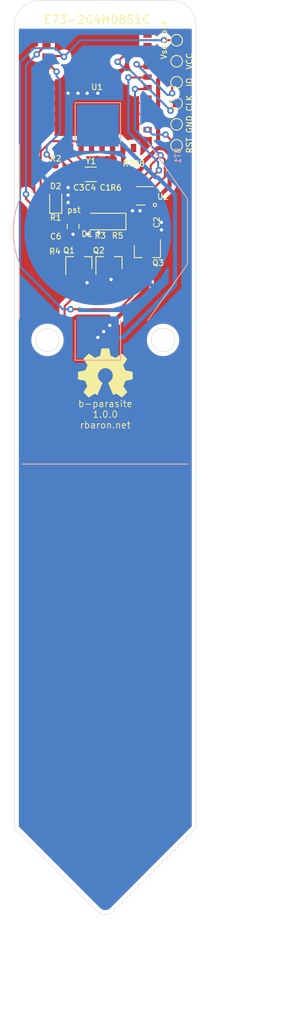
<source format=kicad_pcb>
(kicad_pcb (version 20171130) (host pcbnew "(5.1.2-1)-1")

  (general
    (thickness 1.6)
    (drawings 16)
    (tracks 242)
    (zones 0)
    (modules 30)
    (nets 34)
  )

  (page A4)
  (title_block
    (title b-parasite)
    (date 2021-03-12)
    (rev 1.0.0)
    (company rbaron.net)
  )

  (layers
    (0 F.Cu signal)
    (31 B.Cu signal)
    (32 B.Adhes user)
    (33 F.Adhes user)
    (34 B.Paste user)
    (35 F.Paste user)
    (36 B.SilkS user)
    (37 F.SilkS user)
    (38 B.Mask user)
    (39 F.Mask user)
    (40 Dwgs.User user)
    (41 Cmts.User user)
    (42 Eco1.User user hide)
    (43 Eco2.User user hide)
    (44 Edge.Cuts user)
    (45 Margin user)
    (46 B.CrtYd user)
    (47 F.CrtYd user)
    (48 B.Fab user)
    (49 F.Fab user)
  )

  (setup
    (last_trace_width 0.25)
    (user_trace_width 0.5)
    (user_trace_width 5)
    (user_trace_width 10)
    (trace_clearance 0.2)
    (zone_clearance 0.508)
    (zone_45_only no)
    (trace_min 0.2)
    (via_size 0.8)
    (via_drill 0.4)
    (via_min_size 0.4)
    (via_min_drill 0.3)
    (uvia_size 0.3)
    (uvia_drill 0.1)
    (uvias_allowed no)
    (uvia_min_size 0.2)
    (uvia_min_drill 0.1)
    (edge_width 0.05)
    (segment_width 0.2)
    (pcb_text_width 0.3)
    (pcb_text_size 1.5 1.5)
    (mod_edge_width 0.12)
    (mod_text_size 0.7 0.7)
    (mod_text_width 0.12)
    (pad_size 6 5.5)
    (pad_drill 0)
    (pad_to_mask_clearance 0.051)
    (solder_mask_min_width 0.25)
    (aux_axis_origin 0 0)
    (visible_elements FFFFFFFF)
    (pcbplotparams
      (layerselection 0x010fc_ffffffff)
      (usegerberextensions false)
      (usegerberattributes false)
      (usegerberadvancedattributes false)
      (creategerberjobfile false)
      (excludeedgelayer true)
      (linewidth 0.100000)
      (plotframeref false)
      (viasonmask false)
      (mode 1)
      (useauxorigin false)
      (hpglpennumber 1)
      (hpglpenspeed 20)
      (hpglpendiameter 15.000000)
      (psnegative false)
      (psa4output false)
      (plotreference true)
      (plotvalue true)
      (plotinvisibletext false)
      (padsonsilk false)
      (subtractmaskfromsilk false)
      (outputformat 1)
      (mirror false)
      (drillshape 0)
      (scaleselection 1)
      (outputdirectory "gerber"))
  )

  (net 0 "")
  (net 1 GND)
  (net 2 /Csen+)
  (net 3 /PWM)
  (net 4 "Net-(C6-Pad1)")
  (net 5 "Net-(Q2-Pad3)")
  (net 6 "Net-(Q1-Pad3)")
  (net 7 "Net-(BT1-Pad1)")
  (net 8 /SENS_OUT)
  (net 9 "Net-(D2-Pad2)")
  (net 10 +3V0)
  (net 11 /LED)
  (net 12 /FAST_DISCH_EN)
  (net 13 "Net-(TP1-Pad1)")
  (net 14 "Net-(TP2-Pad1)")
  (net 15 "Net-(TP5-Pad1)")
  (net 16 "Net-(U1-Pad41)")
  (net 17 "Net-(U1-Pad31)")
  (net 18 "Net-(U1-Pad29)")
  (net 19 "Net-(U1-Pad25)")
  (net 20 "Net-(U1-Pad10)")
  (net 21 "Net-(U1-Pad9)")
  (net 22 "Net-(U1-Pad8)")
  (net 23 "Net-(U1-Pad7)")
  (net 24 "Net-(U1-Pad6)")
  (net 25 /SCL)
  (net 26 /SDA)
  (net 27 "Net-(C3-Pad1)")
  (net 28 "Net-(C4-Pad2)")
  (net 29 "Net-(U1-Pad43)")
  (net 30 "Net-(U1-Pad27)")
  (net 31 "Net-(U1-Pad17)")
  (net 32 "Net-(U2-Pad5)")
  (net 33 "Net-(U1-Pad1)")

  (net_class Default "This is the default net class."
    (clearance 0.2)
    (trace_width 0.25)
    (via_dia 0.8)
    (via_drill 0.4)
    (uvia_dia 0.3)
    (uvia_drill 0.1)
    (add_net +3V0)
    (add_net /Csen+)
    (add_net /FAST_DISCH_EN)
    (add_net /LED)
    (add_net /PWM)
    (add_net /SCL)
    (add_net /SDA)
    (add_net /SENS_OUT)
    (add_net GND)
    (add_net "Net-(BT1-Pad1)")
    (add_net "Net-(C3-Pad1)")
    (add_net "Net-(C4-Pad2)")
    (add_net "Net-(C6-Pad1)")
    (add_net "Net-(D2-Pad2)")
    (add_net "Net-(Q1-Pad3)")
    (add_net "Net-(Q2-Pad3)")
    (add_net "Net-(TP1-Pad1)")
    (add_net "Net-(TP2-Pad1)")
    (add_net "Net-(TP5-Pad1)")
    (add_net "Net-(U1-Pad1)")
    (add_net "Net-(U1-Pad10)")
    (add_net "Net-(U1-Pad17)")
    (add_net "Net-(U1-Pad25)")
    (add_net "Net-(U1-Pad27)")
    (add_net "Net-(U1-Pad29)")
    (add_net "Net-(U1-Pad31)")
    (add_net "Net-(U1-Pad41)")
    (add_net "Net-(U1-Pad43)")
    (add_net "Net-(U1-Pad6)")
    (add_net "Net-(U1-Pad7)")
    (add_net "Net-(U1-Pad8)")
    (add_net "Net-(U1-Pad9)")
    (add_net "Net-(U2-Pad5)")
  )

  (module Symbol:OSHW-Symbol_6.7x6mm_SilkScreen (layer F.Cu) (tedit 0) (tstamp 604CBA6D)
    (at 68 72)
    (descr "Open Source Hardware Symbol")
    (tags "Logo Symbol OSHW")
    (attr virtual)
    (fp_text reference REF** (at 0 0) (layer F.SilkS) hide
      (effects (font (size 1 1) (thickness 0.15)))
    )
    (fp_text value OSHW-Symbol_6.7x6mm_SilkScreen (at 0.75 0) (layer F.Fab) hide
      (effects (font (size 1 1) (thickness 0.15)))
    )
    (fp_poly (pts (xy 0.555814 -2.531069) (xy 0.639635 -2.086445) (xy 0.94892 -1.958947) (xy 1.258206 -1.831449)
      (xy 1.629246 -2.083754) (xy 1.733157 -2.154004) (xy 1.827087 -2.216728) (xy 1.906652 -2.269062)
      (xy 1.96747 -2.308143) (xy 2.005157 -2.331107) (xy 2.015421 -2.336058) (xy 2.03391 -2.323324)
      (xy 2.07342 -2.288118) (xy 2.129522 -2.234938) (xy 2.197787 -2.168282) (xy 2.273786 -2.092646)
      (xy 2.353092 -2.012528) (xy 2.431275 -1.932426) (xy 2.503907 -1.856836) (xy 2.566559 -1.790255)
      (xy 2.614803 -1.737182) (xy 2.64421 -1.702113) (xy 2.651241 -1.690377) (xy 2.641123 -1.66874)
      (xy 2.612759 -1.621338) (xy 2.569129 -1.552807) (xy 2.513218 -1.467785) (xy 2.448006 -1.370907)
      (xy 2.410219 -1.31565) (xy 2.341343 -1.214752) (xy 2.28014 -1.123701) (xy 2.229578 -1.04703)
      (xy 2.192628 -0.989272) (xy 2.172258 -0.954957) (xy 2.169197 -0.947746) (xy 2.176136 -0.927252)
      (xy 2.195051 -0.879487) (xy 2.223087 -0.811168) (xy 2.257391 -0.729011) (xy 2.295109 -0.63973)
      (xy 2.333387 -0.550042) (xy 2.36937 -0.466662) (xy 2.400206 -0.396306) (xy 2.423039 -0.34569)
      (xy 2.435017 -0.321529) (xy 2.435724 -0.320578) (xy 2.454531 -0.315964) (xy 2.504618 -0.305672)
      (xy 2.580793 -0.290713) (xy 2.677865 -0.272099) (xy 2.790643 -0.250841) (xy 2.856442 -0.238582)
      (xy 2.97695 -0.215638) (xy 3.085797 -0.193805) (xy 3.177476 -0.174278) (xy 3.246481 -0.158252)
      (xy 3.287304 -0.146921) (xy 3.295511 -0.143326) (xy 3.303548 -0.118994) (xy 3.310033 -0.064041)
      (xy 3.31497 0.015108) (xy 3.318364 0.112026) (xy 3.320218 0.220287) (xy 3.320538 0.333465)
      (xy 3.319327 0.445135) (xy 3.31659 0.548868) (xy 3.312331 0.638241) (xy 3.306555 0.706826)
      (xy 3.299267 0.748197) (xy 3.294895 0.75681) (xy 3.268764 0.767133) (xy 3.213393 0.781892)
      (xy 3.136107 0.799352) (xy 3.04423 0.81778) (xy 3.012158 0.823741) (xy 2.857524 0.852066)
      (xy 2.735375 0.874876) (xy 2.641673 0.89308) (xy 2.572384 0.907583) (xy 2.523471 0.919292)
      (xy 2.490897 0.929115) (xy 2.470628 0.937956) (xy 2.458626 0.946724) (xy 2.456947 0.948457)
      (xy 2.440184 0.976371) (xy 2.414614 1.030695) (xy 2.382788 1.104777) (xy 2.34726 1.191965)
      (xy 2.310583 1.285608) (xy 2.275311 1.379052) (xy 2.243996 1.465647) (xy 2.219193 1.53874)
      (xy 2.203454 1.591678) (xy 2.199332 1.617811) (xy 2.199676 1.618726) (xy 2.213641 1.640086)
      (xy 2.245322 1.687084) (xy 2.291391 1.754827) (xy 2.348518 1.838423) (xy 2.413373 1.932982)
      (xy 2.431843 1.959854) (xy 2.497699 2.057275) (xy 2.55565 2.146163) (xy 2.602538 2.221412)
      (xy 2.635207 2.27792) (xy 2.6505 2.310581) (xy 2.651241 2.314593) (xy 2.638392 2.335684)
      (xy 2.602888 2.377464) (xy 2.549293 2.435445) (xy 2.482171 2.505135) (xy 2.406087 2.582045)
      (xy 2.325604 2.661683) (xy 2.245287 2.739561) (xy 2.169699 2.811186) (xy 2.103405 2.87207)
      (xy 2.050969 2.917721) (xy 2.016955 2.94365) (xy 2.007545 2.947883) (xy 1.985643 2.937912)
      (xy 1.9408 2.91102) (xy 1.880321 2.871736) (xy 1.833789 2.840117) (xy 1.749475 2.782098)
      (xy 1.649626 2.713784) (xy 1.549473 2.645579) (xy 1.495627 2.609075) (xy 1.313371 2.4858)
      (xy 1.160381 2.56852) (xy 1.090682 2.604759) (xy 1.031414 2.632926) (xy 0.991311 2.648991)
      (xy 0.981103 2.651226) (xy 0.968829 2.634722) (xy 0.944613 2.588082) (xy 0.910263 2.515609)
      (xy 0.867588 2.421606) (xy 0.818394 2.310374) (xy 0.76449 2.186215) (xy 0.707684 2.053432)
      (xy 0.649782 1.916327) (xy 0.592593 1.779202) (xy 0.537924 1.646358) (xy 0.487584 1.522098)
      (xy 0.44338 1.410725) (xy 0.407119 1.316539) (xy 0.380609 1.243844) (xy 0.365658 1.196941)
      (xy 0.363254 1.180833) (xy 0.382311 1.160286) (xy 0.424036 1.126933) (xy 0.479706 1.087702)
      (xy 0.484378 1.084599) (xy 0.628264 0.969423) (xy 0.744283 0.835053) (xy 0.83143 0.685784)
      (xy 0.888699 0.525913) (xy 0.915086 0.359737) (xy 0.909585 0.191552) (xy 0.87119 0.025655)
      (xy 0.798895 -0.133658) (xy 0.777626 -0.168513) (xy 0.666996 -0.309263) (xy 0.536302 -0.422286)
      (xy 0.390064 -0.506997) (xy 0.232808 -0.562806) (xy 0.069057 -0.589126) (xy -0.096667 -0.58537)
      (xy -0.259838 -0.55095) (xy -0.415935 -0.485277) (xy -0.560433 -0.387765) (xy -0.605131 -0.348187)
      (xy -0.718888 -0.224297) (xy -0.801782 -0.093876) (xy -0.858644 0.052315) (xy -0.890313 0.197088)
      (xy -0.898131 0.35986) (xy -0.872062 0.52344) (xy -0.814755 0.682298) (xy -0.728856 0.830906)
      (xy -0.617014 0.963735) (xy -0.481877 1.075256) (xy -0.464117 1.087011) (xy -0.40785 1.125508)
      (xy -0.365077 1.158863) (xy -0.344628 1.18016) (xy -0.344331 1.180833) (xy -0.348721 1.203871)
      (xy -0.366124 1.256157) (xy -0.394732 1.33339) (xy -0.432735 1.431268) (xy -0.478326 1.545491)
      (xy -0.529697 1.671758) (xy -0.585038 1.805767) (xy -0.642542 1.943218) (xy -0.700399 2.079808)
      (xy -0.756802 2.211237) (xy -0.809942 2.333205) (xy -0.85801 2.441409) (xy -0.899199 2.531549)
      (xy -0.931699 2.599323) (xy -0.953703 2.64043) (xy -0.962564 2.651226) (xy -0.98964 2.642819)
      (xy -1.040303 2.620272) (xy -1.105817 2.587613) (xy -1.141841 2.56852) (xy -1.294832 2.4858)
      (xy -1.477088 2.609075) (xy -1.570125 2.672228) (xy -1.671985 2.741727) (xy -1.767438 2.807165)
      (xy -1.81525 2.840117) (xy -1.882495 2.885273) (xy -1.939436 2.921057) (xy -1.978646 2.942938)
      (xy -1.991381 2.947563) (xy -2.009917 2.935085) (xy -2.050941 2.900252) (xy -2.110475 2.846678)
      (xy -2.184542 2.777983) (xy -2.269165 2.697781) (xy -2.322685 2.646286) (xy -2.416319 2.554286)
      (xy -2.497241 2.471999) (xy -2.562177 2.402945) (xy -2.607858 2.350644) (xy -2.631011 2.318616)
      (xy -2.633232 2.312116) (xy -2.622924 2.287394) (xy -2.594439 2.237405) (xy -2.550937 2.167212)
      (xy -2.495577 2.081875) (xy -2.43152 1.986456) (xy -2.413303 1.959854) (xy -2.346927 1.863167)
      (xy -2.287378 1.776117) (xy -2.237984 1.703595) (xy -2.202075 1.650493) (xy -2.182981 1.621703)
      (xy -2.181136 1.618726) (xy -2.183895 1.595782) (xy -2.198538 1.545336) (xy -2.222513 1.474041)
      (xy -2.253266 1.388547) (xy -2.288244 1.295507) (xy -2.324893 1.201574) (xy -2.360661 1.113399)
      (xy -2.392994 1.037634) (xy -2.419338 0.980931) (xy -2.437142 0.949943) (xy -2.438407 0.948457)
      (xy -2.449294 0.939601) (xy -2.467682 0.930843) (xy -2.497606 0.921277) (xy -2.543103 0.909996)
      (xy -2.608209 0.896093) (xy -2.696961 0.878663) (xy -2.813393 0.856798) (xy -2.961542 0.829591)
      (xy -2.993618 0.823741) (xy -3.088686 0.805374) (xy -3.171565 0.787405) (xy -3.23493 0.771569)
      (xy -3.271458 0.7596) (xy -3.276356 0.75681) (xy -3.284427 0.732072) (xy -3.290987 0.67679)
      (xy -3.296033 0.597389) (xy -3.299559 0.500296) (xy -3.301561 0.391938) (xy -3.302036 0.27874)
      (xy -3.300977 0.167128) (xy -3.298382 0.063529) (xy -3.294246 -0.025632) (xy -3.288563 -0.093928)
      (xy -3.281331 -0.134934) (xy -3.276971 -0.143326) (xy -3.252698 -0.151792) (xy -3.197426 -0.165565)
      (xy -3.116662 -0.18345) (xy -3.015912 -0.204252) (xy -2.900683 -0.226777) (xy -2.837902 -0.238582)
      (xy -2.718787 -0.260849) (xy -2.612565 -0.281021) (xy -2.524427 -0.298085) (xy -2.459566 -0.311031)
      (xy -2.423174 -0.318845) (xy -2.417184 -0.320578) (xy -2.407061 -0.34011) (xy -2.385662 -0.387157)
      (xy -2.355839 -0.454997) (xy -2.320445 -0.536909) (xy -2.282332 -0.626172) (xy -2.244353 -0.716065)
      (xy -2.20936 -0.799865) (xy -2.180206 -0.870853) (xy -2.159743 -0.922306) (xy -2.150823 -0.947503)
      (xy -2.150657 -0.948604) (xy -2.160769 -0.968481) (xy -2.189117 -1.014223) (xy -2.232723 -1.081283)
      (xy -2.288606 -1.165116) (xy -2.353787 -1.261174) (xy -2.391679 -1.31635) (xy -2.460725 -1.417519)
      (xy -2.52205 -1.50937) (xy -2.572663 -1.587256) (xy -2.609571 -1.646531) (xy -2.629782 -1.682549)
      (xy -2.632701 -1.690623) (xy -2.620153 -1.709416) (xy -2.585463 -1.749543) (xy -2.533063 -1.806507)
      (xy -2.467384 -1.875815) (xy -2.392856 -1.952969) (xy -2.313913 -2.033475) (xy -2.234983 -2.112837)
      (xy -2.1605 -2.18656) (xy -2.094894 -2.250148) (xy -2.042596 -2.299106) (xy -2.008039 -2.328939)
      (xy -1.996478 -2.336058) (xy -1.977654 -2.326047) (xy -1.932631 -2.297922) (xy -1.865787 -2.254546)
      (xy -1.781499 -2.198782) (xy -1.684144 -2.133494) (xy -1.610707 -2.083754) (xy -1.239667 -1.831449)
      (xy -0.621095 -2.086445) (xy -0.537275 -2.531069) (xy -0.453454 -2.975693) (xy 0.471994 -2.975693)
      (xy 0.555814 -2.531069)) (layer F.SilkS) (width 0.01))
  )

  (module kicad:Sensirion_DFN-4-1EP_2x2mm_P1mm_EP0.7x1.6mm (layer F.Cu) (tedit 5DC7035C) (tstamp 604C6CC1)
    (at 72.8 50.6 180)
    (descr "DFN, 4 Pin (https://www.sensirion.com/fileadmin/user_upload/customers/sensirion/Dokumente/0_Datasheets/Humidity/Sensirion_Humidity_Sensors_SHTC3_Datasheet.pdf)")
    (tags "Sensirion DFN NoLead")
    (path /6052CFBE)
    (attr smd)
    (fp_text reference U2 (at -2.2 -0.1) (layer F.SilkS)
      (effects (font (size 0.7 0.7) (thickness 0.12)))
    )
    (fp_text value SHTC3 (at 0 1.95) (layer F.Fab)
      (effects (font (size 1 1) (thickness 0.15)))
    )
    (fp_text user %R (at 0 0) (layer F.Fab)
      (effects (font (size 0.7 0.7) (thickness 0.12)))
    )
    (fp_line (start 1.45 -1.25) (end -1.45 -1.25) (layer F.CrtYd) (width 0.05))
    (fp_line (start 1.45 1.25) (end 1.45 -1.25) (layer F.CrtYd) (width 0.05))
    (fp_line (start -1.45 1.25) (end 1.45 1.25) (layer F.CrtYd) (width 0.05))
    (fp_line (start -1.45 -1.25) (end -1.45 1.25) (layer F.CrtYd) (width 0.05))
    (fp_line (start -1 -0.5) (end -0.5 -1) (layer F.Fab) (width 0.1))
    (fp_line (start -1 1) (end -1 -0.5) (layer F.Fab) (width 0.1))
    (fp_line (start 1 1) (end -1 1) (layer F.Fab) (width 0.1))
    (fp_line (start 1 -1) (end 1 1) (layer F.Fab) (width 0.1))
    (fp_line (start -0.5 -1) (end 1 -1) (layer F.Fab) (width 0.1))
    (fp_line (start -1 1.11) (end 1 1.11) (layer F.SilkS) (width 0.12))
    (fp_line (start 0 -1.11) (end 1 -1.11) (layer F.SilkS) (width 0.12))
    (pad "" smd roundrect (at 0 0 180) (size 0.5 1.4) (layers F.Paste) (roundrect_rratio 0.25))
    (pad "" smd roundrect (at 1.025 -0.5) (size 0.55 0.35) (layers F.Paste) (roundrect_rratio 0.25))
    (pad "" smd roundrect (at 1.025 0.5) (size 0.55 0.35) (layers F.Paste) (roundrect_rratio 0.25))
    (pad "" smd roundrect (at -1.025 0.5 180) (size 0.55 0.35) (layers F.Paste) (roundrect_rratio 0.25))
    (pad "" smd roundrect (at -1.025 -0.5 180) (size 0.55 0.35) (layers F.Paste) (roundrect_rratio 0.25))
    (pad 5 smd roundrect (at 0 0 180) (size 0.7 1.6) (layers F.Cu F.Mask) (roundrect_rratio 0.25)
      (net 32 "Net-(U2-Pad5)"))
    (pad 4 smd roundrect (at 0.925 -0.5 180) (size 0.55 0.35) (layers F.Cu F.Mask) (roundrect_rratio 0.25)
      (net 1 GND))
    (pad 3 smd roundrect (at 0.925 0.5 180) (size 0.55 0.35) (layers F.Cu F.Mask) (roundrect_rratio 0.25)
      (net 26 /SDA))
    (pad 2 smd roundrect (at -0.925 0.5 180) (size 0.55 0.35) (layers F.Cu F.Mask) (roundrect_rratio 0.25)
      (net 25 /SCL))
    (pad 1 smd roundrect (at -0.925 -0.5 180) (size 0.55 0.35) (layers F.Cu F.Mask) (roundrect_rratio 0.25)
      (net 10 +3V0))
    (model ${KISYS3DMOD}/Sensor_Humidity.3dshapes/Sensirion_DFN-4-1EP_2x2mm_P1mm_EP0.7x1.6mm.wrl
      (at (xyz 0 0 0))
      (scale (xyz 1 1 1))
      (rotate (xyz 0 0 0))
    )
  )

  (module nrfmicro:E73-2G4M08S1C-52840 (layer F.Cu) (tedit 604B87B9) (tstamp 604BF063)
    (at 67 45.2 90)
    (path /604C2391)
    (fp_text reference U1 (at 7.746775 -0.000467) (layer F.SilkS)
      (effects (font (size 0.7 0.7) (thickness 0.12)))
    )
    (fp_text value E73-2G4M08S1C-52840 (at 9.778775 -0.635467) (layer F.Fab)
      (effects (font (size 1 1) (thickness 0.15)))
    )
    (fp_line (start -0.127 -6.604) (end -0.127 6.604) (layer F.Fab) (width 0.15))
    (fp_line (start -0.127 6.604) (end 18.034 6.604) (layer F.Fab) (width 0.15))
    (fp_line (start 18.034 6.604) (end 18.034 -6.604) (layer F.Fab) (width 0.15))
    (fp_line (start 18.034 -6.604) (end -0.127 -6.604) (layer F.Fab) (width 0.15))
    (fp_text user E73-2G4M08S1C (at 15.875 0 180) (layer F.SilkS)
      (effects (font (size 1 1) (thickness 0.15)))
    )
    (pad 10 smd rect (at 2.6 -6.119 90) (size 0.65 1) (layers F.Cu F.Paste F.Mask)
      (net 20 "Net-(U1-Pad10)"))
    (pad 9 smd rect (at 3.87 -6.119 90) (size 0.65 1) (layers F.Cu F.Paste F.Mask)
      (net 21 "Net-(U1-Pad9)"))
    (pad 8 smd rect (at 5.14 -6.119 90) (size 0.65 1) (layers F.Cu F.Paste F.Mask)
      (net 22 "Net-(U1-Pad8)"))
    (pad 7 smd rect (at 6.41 -6.119 90) (size 0.65 1) (layers F.Cu F.Paste F.Mask)
      (net 23 "Net-(U1-Pad7)"))
    (pad 6 smd rect (at 7.68 -6.119 90) (size 0.65 1) (layers F.Cu F.Paste F.Mask)
      (net 24 "Net-(U1-Pad6)"))
    (pad 5 smd rect (at 8.95 -6.119 90) (size 0.65 1) (layers F.Cu F.Paste F.Mask)
      (net 1 GND))
    (pad 4 smd rect (at 10.22 -6.119 90) (size 0.65 1) (layers F.Cu F.Paste F.Mask)
      (net 11 /LED))
    (pad 3 smd rect (at 11.49 -6.119 90) (size 0.65 1) (layers F.Cu F.Paste F.Mask)
      (net 8 /SENS_OUT))
    (pad 2 smd rect (at 12.76 -6.119 90) (size 0.65 1) (layers F.Cu F.Paste F.Mask)
      (net 12 /FAST_DISCH_EN))
    (pad 1 smd rect (at 14.03 -6.119 90) (size 0.65 1) (layers F.Cu F.Paste F.Mask)
      (net 33 "Net-(U1-Pad1)"))
    (pad 31 smd rect (at 6.41 6.119 90) (size 0.65 1) (layers F.Cu F.Paste F.Mask)
      (net 17 "Net-(U1-Pad31)"))
    (pad 43 smd rect (at 14.03 6.119 90) (size 0.65 1) (layers F.Cu F.Paste F.Mask)
      (net 29 "Net-(U1-Pad43)"))
    (pad 33 smd rect (at 7.68 6.119 90) (size 0.65 1) (layers F.Cu F.Paste F.Mask)
      (net 25 /SCL))
    (pad 41 smd rect (at 12.76 6.119 90) (size 0.65 1) (layers F.Cu F.Paste F.Mask)
      (net 16 "Net-(U1-Pad41)"))
    (pad 39 smd rect (at 11.49 6.119 90) (size 0.65 1) (layers F.Cu F.Paste F.Mask)
      (net 14 "Net-(TP2-Pad1)"))
    (pad 37 smd rect (at 10.22 6.119 90) (size 0.65 1) (layers F.Cu F.Paste F.Mask)
      (net 13 "Net-(TP1-Pad1)"))
    (pad 29 smd rect (at 5.14 6.119 90) (size 0.65 1) (layers F.Cu F.Paste F.Mask)
      (net 18 "Net-(U1-Pad29)"))
    (pad 35 smd rect (at 8.95 6.119 90) (size 0.65 1) (layers F.Cu F.Paste F.Mask)
      (net 26 /SDA))
    (pad 27 smd rect (at 3.87 6.119 90) (size 0.65 1) (layers F.Cu F.Paste F.Mask)
      (net 30 "Net-(U1-Pad27)"))
    (pad 26 smd rect (at 2.6 6.119 90) (size 0.65 1) (layers F.Cu F.Paste F.Mask)
      (net 15 "Net-(TP5-Pad1)"))
    (pad 23 smd rect (at 0.381 3.15 180) (size 0.65 1) (layers F.Cu F.Paste F.Mask)
      (net 10 +3V0))
    (pad 11 smd rect (at 0.381 -4.47 180) (size 0.65 1) (layers F.Cu F.Paste F.Mask)
      (net 27 "Net-(C3-Pad1)"))
    (pad 21 smd rect (at 0.381 1.88 180) (size 0.65 1) (layers F.Cu F.Paste F.Mask)
      (net 1 GND))
    (pad 13 smd rect (at 0.381 -3.2 180) (size 0.65 1) (layers F.Cu F.Paste F.Mask)
      (net 28 "Net-(C4-Pad2)"))
    (pad 15 smd rect (at 0.381 -1.93 180) (size 0.65 1) (layers F.Cu F.Paste F.Mask)
      (net 3 /PWM))
    (pad 17 smd rect (at 0.381 -0.66 180) (size 0.65 1) (layers F.Cu F.Paste F.Mask)
      (net 31 "Net-(U1-Pad17)"))
    (pad 25 smd rect (at 0.381 4.42 180) (size 0.65 1) (layers F.Cu F.Paste F.Mask)
      (net 19 "Net-(U1-Pad25)"))
    (pad 19 smd rect (at 0.381 0.61 180) (size 0.65 1) (layers F.Cu F.Paste F.Mask)
      (net 10 +3V0))
  )

  (module kicad:BatteryHolder_Keystone_3002_1x2032 (layer B.Cu) (tedit 5D9C7E9A) (tstamp 60358E5D)
    (at 67.1 54.9 270)
    (descr https://www.tme.eu/it/Document/a823211ec201a9e209042d155fe22d2b/KEYS2996.pdf)
    (tags "BR2016 CR2016 DL2016 BR2020 CL2020 BR2025 CR2025 DL2025 DR2032 CR2032 DL2032")
    (path /60386A6F)
    (attr smd)
    (fp_text reference BT1 (at -9.15 -9.7 90) (layer B.SilkS)
      (effects (font (size 0.7 0.7) (thickness 0.12)) (justify mirror))
    )
    (fp_text value Battery_Cell (at 0 11 90) (layer B.Fab)
      (effects (font (size 1 1) (thickness 0.15)) (justify mirror))
    )
    (fp_line (start -15.35 2.55) (end -15.35 -2.55) (layer B.Fab) (width 0.1))
    (fp_line (start -15.35 -2.55) (end -10.55 -2.55) (layer B.Fab) (width 0.1))
    (fp_line (start -15.35 2.55) (end -10.55 2.55) (layer B.Fab) (width 0.1))
    (fp_line (start -10.55 -2.55) (end -10.55 -5.85) (layer B.Fab) (width 0.1))
    (fp_line (start 10.55 -2.55) (end 10.55 -5.9) (layer B.Fab) (width 0.1))
    (fp_line (start -3.8 -10.6) (end 3.8 -10.6) (layer B.Fab) (width 0.1))
    (fp_line (start 10.55 -2.55) (end 15.35 -2.55) (layer B.Fab) (width 0.1))
    (fp_line (start 15.35 -2.55) (end 15.35 2.55) (layer B.Fab) (width 0.1))
    (fp_line (start 15.35 2.55) (end 10.55 2.55) (layer B.Fab) (width 0.1))
    (fp_line (start 10.55 2.55) (end 10.55 9.3) (layer B.Fab) (width 0.1))
    (fp_line (start 10.55 9.3) (end -10.55 9.3) (layer B.Fab) (width 0.1))
    (fp_line (start -10.55 2.55) (end -10.55 9.3) (layer B.Fab) (width 0.1))
    (fp_line (start -10.55 -5.85) (end -3.8 -10.6) (layer B.Fab) (width 0.1))
    (fp_line (start -10.8 -6.05) (end -3.95 -10.85) (layer B.SilkS) (width 0.12))
    (fp_line (start -3.95 -10.85) (end 3.95 -10.85) (layer B.SilkS) (width 0.12))
    (fp_line (start 3.95 -10.85) (end 10.75 -6.05) (layer B.SilkS) (width 0.12))
    (fp_line (start 10.55 -5.9) (end 3.8 -10.6) (layer B.Fab) (width 0.1))
    (fp_circle (center 0 0) (end 10 0) (layer Dwgs.User) (width 0.2))
    (fp_line (start -10.55 9.5) (end -3.85 9.5) (layer B.SilkS) (width 0.12))
    (fp_arc (start 0 0) (end 3.85 9.5) (angle 44.1) (layer B.SilkS) (width 0.12))
    (fp_line (start 10.55 9.5) (end 3.85 9.5) (layer B.SilkS) (width 0.12))
    (fp_line (start -15.85 3.05) (end -11.05 3.05) (layer B.CrtYd) (width 0.05))
    (fp_line (start -11.05 3.05) (end -11.05 9.8) (layer B.CrtYd) (width 0.05))
    (fp_line (start -11.05 9.8) (end -3.9 9.8) (layer B.CrtYd) (width 0.05))
    (fp_arc (start 0 0) (end 3.9 9.8) (angle 43.40107348) (layer B.CrtYd) (width 0.05))
    (fp_line (start 11.05 9.8) (end 3.9 9.8) (layer B.CrtYd) (width 0.05))
    (fp_line (start 11.05 9.8) (end 11.05 3.05) (layer B.CrtYd) (width 0.05))
    (fp_line (start 11.05 3.05) (end 15.85 3.05) (layer B.CrtYd) (width 0.05))
    (fp_line (start 15.85 3.05) (end 15.85 -3.05) (layer B.CrtYd) (width 0.05))
    (fp_line (start 15.85 -3.05) (end 11.05 -3.05) (layer B.CrtYd) (width 0.05))
    (fp_line (start 11.05 -3.05) (end 11.05 -6.35) (layer B.CrtYd) (width 0.05))
    (fp_line (start 11.05 -6.35) (end 4.3 -11.1) (layer B.CrtYd) (width 0.05))
    (fp_line (start 4.3 -11.1) (end -4.3 -11.1) (layer B.CrtYd) (width 0.05))
    (fp_line (start -4.3 -11.1) (end -11.05 -6.35) (layer B.CrtYd) (width 0.05))
    (fp_line (start -11.05 -6.35) (end -11.05 -3.05) (layer B.CrtYd) (width 0.05))
    (fp_line (start -11.05 -3.05) (end -15.85 -3.05) (layer B.CrtYd) (width 0.05))
    (fp_line (start -15.85 -3.05) (end -15.85 3.05) (layer B.CrtYd) (width 0.05))
    (fp_line (start -10.75 2.75) (end -15.55 2.75) (layer B.SilkS) (width 0.12))
    (fp_line (start -15.55 2.75) (end -15.55 -2.75) (layer B.SilkS) (width 0.12))
    (fp_line (start -15.55 -2.75) (end -10.75 -2.75) (layer B.SilkS) (width 0.12))
    (fp_line (start 10.75 -2.75) (end 15.55 -2.75) (layer B.SilkS) (width 0.12))
    (fp_line (start 15.55 -2.75) (end 15.55 2.75) (layer B.SilkS) (width 0.12))
    (fp_line (start 15.55 2.75) (end 10.75 2.75) (layer B.SilkS) (width 0.12))
    (fp_text user %R (at -9.15 -9.7 90) (layer B.Fab)
      (effects (font (size 0.7 0.7) (thickness 0.12)) (justify mirror))
    )
    (pad 2 smd circle (at 0 0 270) (size 17.8 17.8) (layers B.Cu B.Mask)
      (net 1 GND))
    (pad 1 smd rect (at -12.8 0 270) (size 5.1 5.1) (layers B.Cu B.Paste B.Mask)
      (net 7 "Net-(BT1-Pad1)"))
    (pad 1 smd rect (at 12.8 0 270) (size 5.1 5.1) (layers B.Cu B.Paste B.Mask)
      (net 7 "Net-(BT1-Pad1)"))
    (model ${KISYS3DMOD}/Battery.3dshapes/BatteryHolder_Keystone_3002_1x2032.wrl
      (at (xyz 0 0 0))
      (scale (xyz 1 1 1))
      (rotate (xyz 0 0 0))
    )
  )

  (module Crystal:Crystal_SMD_3215-2Pin_3.2x1.5mm (layer F.Cu) (tedit 5A0FD1B2) (tstamp 604C1116)
    (at 66.25 48 180)
    (descr "SMD Crystal FC-135 https://support.epson.biz/td/api/doc_check.php?dl=brief_FC-135R_en.pdf")
    (tags "SMD SMT Crystal")
    (path /604E7179)
    (attr smd)
    (fp_text reference Y1 (at 0 1.6) (layer F.SilkS)
      (effects (font (size 0.7 0.7) (thickness 0.12)))
    )
    (fp_text value 32.768kHz (at 0 2) (layer F.Fab)
      (effects (font (size 1 1) (thickness 0.15)))
    )
    (fp_line (start 2 -1.15) (end 2 1.15) (layer F.CrtYd) (width 0.05))
    (fp_line (start -2 -1.15) (end -2 1.15) (layer F.CrtYd) (width 0.05))
    (fp_line (start -2 1.15) (end 2 1.15) (layer F.CrtYd) (width 0.05))
    (fp_line (start -1.6 0.75) (end 1.6 0.75) (layer F.Fab) (width 0.1))
    (fp_line (start -1.6 -0.75) (end 1.6 -0.75) (layer F.Fab) (width 0.1))
    (fp_line (start 1.6 -0.75) (end 1.6 0.75) (layer F.Fab) (width 0.1))
    (fp_line (start -0.675 -0.875) (end 0.675 -0.875) (layer F.SilkS) (width 0.12))
    (fp_line (start -0.675 0.875) (end 0.675 0.875) (layer F.SilkS) (width 0.12))
    (fp_line (start -1.6 -0.75) (end -1.6 0.75) (layer F.Fab) (width 0.1))
    (fp_line (start -2 -1.15) (end 2 -1.15) (layer F.CrtYd) (width 0.05))
    (fp_text user %R (at 0 -0.4) (layer F.Fab)
      (effects (font (size 0.7 0.7) (thickness 0.12)))
    )
    (pad 2 smd rect (at -1.25 0 180) (size 1 1.8) (layers F.Cu F.Paste F.Mask)
      (net 28 "Net-(C4-Pad2)"))
    (pad 1 smd rect (at 1.25 0 180) (size 1 1.8) (layers F.Cu F.Paste F.Mask)
      (net 27 "Net-(C3-Pad1)"))
    (model ${KISYS3DMOD}/Crystal.3dshapes/Crystal_SMD_3215-2Pin_3.2x1.5mm.wrl
      (at (xyz 0 0 0))
      (scale (xyz 1 1 1))
      (rotate (xyz 0 0 0))
    )
  )

  (module Resistor_SMD:R_0402_1005Metric (layer F.Cu) (tedit 5B301BBD) (tstamp 604C346C)
    (at 72.1 48.085 270)
    (descr "Resistor SMD 0402 (1005 Metric), square (rectangular) end terminal, IPC_7351 nominal, (Body size source: http://www.tortai-tech.com/upload/download/2011102023233369053.pdf), generated with kicad-footprint-generator")
    (tags resistor)
    (path /60372D0F)
    (attr smd)
    (fp_text reference R8 (at -1.385 0 180) (layer F.SilkS)
      (effects (font (size 0.7 0.7) (thickness 0.12)))
    )
    (fp_text value 10k (at 0 1.17 90) (layer F.Fab)
      (effects (font (size 1 1) (thickness 0.15)))
    )
    (fp_text user %R (at 0 0 90) (layer F.Fab)
      (effects (font (size 0.7 0.7) (thickness 0.12)))
    )
    (fp_line (start 0.93 0.47) (end -0.93 0.47) (layer F.CrtYd) (width 0.05))
    (fp_line (start 0.93 -0.47) (end 0.93 0.47) (layer F.CrtYd) (width 0.05))
    (fp_line (start -0.93 -0.47) (end 0.93 -0.47) (layer F.CrtYd) (width 0.05))
    (fp_line (start -0.93 0.47) (end -0.93 -0.47) (layer F.CrtYd) (width 0.05))
    (fp_line (start 0.5 0.25) (end -0.5 0.25) (layer F.Fab) (width 0.1))
    (fp_line (start 0.5 -0.25) (end 0.5 0.25) (layer F.Fab) (width 0.1))
    (fp_line (start -0.5 -0.25) (end 0.5 -0.25) (layer F.Fab) (width 0.1))
    (fp_line (start -0.5 0.25) (end -0.5 -0.25) (layer F.Fab) (width 0.1))
    (pad 2 smd roundrect (at 0.485 0 270) (size 0.59 0.64) (layers F.Cu F.Paste F.Mask) (roundrect_rratio 0.25)
      (net 25 /SCL))
    (pad 1 smd roundrect (at -0.485 0 270) (size 0.59 0.64) (layers F.Cu F.Paste F.Mask) (roundrect_rratio 0.25)
      (net 10 +3V0))
    (model ${KISYS3DMOD}/Resistor_SMD.3dshapes/R_0402_1005Metric.wrl
      (at (xyz 0 0 0))
      (scale (xyz 1 1 1))
      (rotate (xyz 0 0 0))
    )
  )

  (module Resistor_SMD:R_0402_1005Metric (layer F.Cu) (tedit 5B301BBD) (tstamp 604C3442)
    (at 70.7 48.085 90)
    (descr "Resistor SMD 0402 (1005 Metric), square (rectangular) end terminal, IPC_7351 nominal, (Body size source: http://www.tortai-tech.com/upload/download/2011102023233369053.pdf), generated with kicad-footprint-generator")
    (tags resistor)
    (path /6037481E)
    (attr smd)
    (fp_text reference R7 (at 1.385 0.1 180) (layer F.SilkS)
      (effects (font (size 0.7 0.7) (thickness 0.12)))
    )
    (fp_text value 10k (at 0 1.17 90) (layer F.Fab)
      (effects (font (size 1 1) (thickness 0.15)))
    )
    (fp_text user %R (at 0 0 90) (layer F.Fab)
      (effects (font (size 0.7 0.7) (thickness 0.12)))
    )
    (fp_line (start 0.93 0.47) (end -0.93 0.47) (layer F.CrtYd) (width 0.05))
    (fp_line (start 0.93 -0.47) (end 0.93 0.47) (layer F.CrtYd) (width 0.05))
    (fp_line (start -0.93 -0.47) (end 0.93 -0.47) (layer F.CrtYd) (width 0.05))
    (fp_line (start -0.93 0.47) (end -0.93 -0.47) (layer F.CrtYd) (width 0.05))
    (fp_line (start 0.5 0.25) (end -0.5 0.25) (layer F.Fab) (width 0.1))
    (fp_line (start 0.5 -0.25) (end 0.5 0.25) (layer F.Fab) (width 0.1))
    (fp_line (start -0.5 -0.25) (end 0.5 -0.25) (layer F.Fab) (width 0.1))
    (fp_line (start -0.5 0.25) (end -0.5 -0.25) (layer F.Fab) (width 0.1))
    (pad 2 smd roundrect (at 0.485 0 90) (size 0.59 0.64) (layers F.Cu F.Paste F.Mask) (roundrect_rratio 0.25)
      (net 10 +3V0))
    (pad 1 smd roundrect (at -0.485 0 90) (size 0.59 0.64) (layers F.Cu F.Paste F.Mask) (roundrect_rratio 0.25)
      (net 26 /SDA))
    (model ${KISYS3DMOD}/Resistor_SMD.3dshapes/R_0402_1005Metric.wrl
      (at (xyz 0 0 0))
      (scale (xyz 1 1 1))
      (rotate (xyz 0 0 0))
    )
  )

  (module Resistor_SMD:R_0402_1005Metric (layer F.Cu) (tedit 5B301BBD) (tstamp 600D4E5C)
    (at 69.3 50.915 90)
    (descr "Resistor SMD 0402 (1005 Metric), square (rectangular) end terminal, IPC_7351 nominal, (Body size source: http://www.tortai-tech.com/upload/download/2011102023233369053.pdf), generated with kicad-footprint-generator")
    (tags resistor)
    (path /600E7750)
    (attr smd)
    (fp_text reference R6 (at 1.285 0 180) (layer F.SilkS)
      (effects (font (size 0.7 0.7) (thickness 0.12)))
    )
    (fp_text value 1M (at 0 1.17 90) (layer F.Fab)
      (effects (font (size 1 1) (thickness 0.15)))
    )
    (fp_text user %R (at 0 0 90) (layer F.Fab)
      (effects (font (size 0.7 0.7) (thickness 0.12)))
    )
    (fp_line (start 0.93 0.47) (end -0.93 0.47) (layer F.CrtYd) (width 0.05))
    (fp_line (start 0.93 -0.47) (end 0.93 0.47) (layer F.CrtYd) (width 0.05))
    (fp_line (start -0.93 -0.47) (end 0.93 -0.47) (layer F.CrtYd) (width 0.05))
    (fp_line (start -0.93 0.47) (end -0.93 -0.47) (layer F.CrtYd) (width 0.05))
    (fp_line (start 0.5 0.25) (end -0.5 0.25) (layer F.Fab) (width 0.1))
    (fp_line (start 0.5 -0.25) (end 0.5 0.25) (layer F.Fab) (width 0.1))
    (fp_line (start -0.5 -0.25) (end 0.5 -0.25) (layer F.Fab) (width 0.1))
    (fp_line (start -0.5 0.25) (end -0.5 -0.25) (layer F.Fab) (width 0.1))
    (pad 2 smd roundrect (at 0.485 0 90) (size 0.59 0.64) (layers F.Cu F.Paste F.Mask) (roundrect_rratio 0.25)
      (net 1 GND))
    (pad 1 smd roundrect (at -0.485 0 90) (size 0.59 0.64) (layers F.Cu F.Paste F.Mask) (roundrect_rratio 0.25)
      (net 8 /SENS_OUT))
    (model ${KISYS3DMOD}/Resistor_SMD.3dshapes/R_0402_1005Metric.wrl
      (at (xyz 0 0 0))
      (scale (xyz 1 1 1))
      (rotate (xyz 0 0 0))
    )
  )

  (module Resistor_SMD:R_0402_1005Metric (layer F.Cu) (tedit 5B301BBD) (tstamp 600D4E8C)
    (at 69.385 56.3)
    (descr "Resistor SMD 0402 (1005 Metric), square (rectangular) end terminal, IPC_7351 nominal, (Body size source: http://www.tortai-tech.com/upload/download/2011102023233369053.pdf), generated with kicad-footprint-generator")
    (tags resistor)
    (path /601113E2)
    (attr smd)
    (fp_text reference R5 (at 0.115 -0.9) (layer F.SilkS)
      (effects (font (size 0.7 0.7) (thickness 0.12)))
    )
    (fp_text value 1k (at 0 1.17) (layer F.Fab)
      (effects (font (size 1 1) (thickness 0.15)))
    )
    (fp_text user %R (at 0 0) (layer F.Fab)
      (effects (font (size 0.7 0.7) (thickness 0.12)))
    )
    (fp_line (start 0.93 0.47) (end -0.93 0.47) (layer F.CrtYd) (width 0.05))
    (fp_line (start 0.93 -0.47) (end 0.93 0.47) (layer F.CrtYd) (width 0.05))
    (fp_line (start -0.93 -0.47) (end 0.93 -0.47) (layer F.CrtYd) (width 0.05))
    (fp_line (start -0.93 0.47) (end -0.93 -0.47) (layer F.CrtYd) (width 0.05))
    (fp_line (start 0.5 0.25) (end -0.5 0.25) (layer F.Fab) (width 0.1))
    (fp_line (start 0.5 -0.25) (end 0.5 0.25) (layer F.Fab) (width 0.1))
    (fp_line (start -0.5 -0.25) (end 0.5 -0.25) (layer F.Fab) (width 0.1))
    (fp_line (start -0.5 0.25) (end -0.5 -0.25) (layer F.Fab) (width 0.1))
    (pad 2 smd roundrect (at 0.485 0) (size 0.59 0.64) (layers F.Cu F.Paste F.Mask) (roundrect_rratio 0.25)
      (net 5 "Net-(Q2-Pad3)"))
    (pad 1 smd roundrect (at -0.485 0) (size 0.59 0.64) (layers F.Cu F.Paste F.Mask) (roundrect_rratio 0.25)
      (net 2 /Csen+))
    (model ${KISYS3DMOD}/Resistor_SMD.3dshapes/R_0402_1005Metric.wrl
      (at (xyz 0 0 0))
      (scale (xyz 1 1 1))
      (rotate (xyz 0 0 0))
    )
  )

  (module Resistor_SMD:R_0402_1005Metric (layer F.Cu) (tedit 5B301BBD) (tstamp 600D4EBC)
    (at 61.915 58.2 180)
    (descr "Resistor SMD 0402 (1005 Metric), square (rectangular) end terminal, IPC_7351 nominal, (Body size source: http://www.tortai-tech.com/upload/download/2011102023233369053.pdf), generated with kicad-footprint-generator")
    (tags resistor)
    (path /600FFF47)
    (attr smd)
    (fp_text reference R4 (at 0.015 0.9) (layer F.SilkS)
      (effects (font (size 0.7 0.7) (thickness 0.12)))
    )
    (fp_text value 10k (at 0 1.17) (layer F.Fab)
      (effects (font (size 1 1) (thickness 0.15)))
    )
    (fp_text user %R (at 0 0) (layer F.Fab)
      (effects (font (size 0.7 0.7) (thickness 0.12)))
    )
    (fp_line (start 0.93 0.47) (end -0.93 0.47) (layer F.CrtYd) (width 0.05))
    (fp_line (start 0.93 -0.47) (end 0.93 0.47) (layer F.CrtYd) (width 0.05))
    (fp_line (start -0.93 -0.47) (end 0.93 -0.47) (layer F.CrtYd) (width 0.05))
    (fp_line (start -0.93 0.47) (end -0.93 -0.47) (layer F.CrtYd) (width 0.05))
    (fp_line (start 0.5 0.25) (end -0.5 0.25) (layer F.Fab) (width 0.1))
    (fp_line (start 0.5 -0.25) (end 0.5 0.25) (layer F.Fab) (width 0.1))
    (fp_line (start -0.5 -0.25) (end 0.5 -0.25) (layer F.Fab) (width 0.1))
    (fp_line (start -0.5 0.25) (end -0.5 -0.25) (layer F.Fab) (width 0.1))
    (pad 2 smd roundrect (at 0.485 0 180) (size 0.59 0.64) (layers F.Cu F.Paste F.Mask) (roundrect_rratio 0.25)
      (net 3 /PWM))
    (pad 1 smd roundrect (at -0.485 0 180) (size 0.59 0.64) (layers F.Cu F.Paste F.Mask) (roundrect_rratio 0.25)
      (net 4 "Net-(C6-Pad1)"))
    (model ${KISYS3DMOD}/Resistor_SMD.3dshapes/R_0402_1005Metric.wrl
      (at (xyz 0 0 0))
      (scale (xyz 1 1 1))
      (rotate (xyz 0 0 0))
    )
  )

  (module Resistor_SMD:R_0402_1005Metric (layer F.Cu) (tedit 5B301BBD) (tstamp 600E67DD)
    (at 67.3 56.3)
    (descr "Resistor SMD 0402 (1005 Metric), square (rectangular) end terminal, IPC_7351 nominal, (Body size source: http://www.tortai-tech.com/upload/download/2011102023233369053.pdf), generated with kicad-footprint-generator")
    (tags resistor)
    (path /601057D9)
    (attr smd)
    (fp_text reference R3 (at 0.1 -0.9 180) (layer F.SilkS)
      (effects (font (size 0.7 0.7) (thickness 0.12)))
    )
    (fp_text value 1k (at 0 1.17) (layer F.Fab)
      (effects (font (size 1 1) (thickness 0.15)))
    )
    (fp_text user %R (at 0 0) (layer F.Fab)
      (effects (font (size 0.7 0.7) (thickness 0.12)))
    )
    (fp_line (start 0.93 0.47) (end -0.93 0.47) (layer F.CrtYd) (width 0.05))
    (fp_line (start 0.93 -0.47) (end 0.93 0.47) (layer F.CrtYd) (width 0.05))
    (fp_line (start -0.93 -0.47) (end 0.93 -0.47) (layer F.CrtYd) (width 0.05))
    (fp_line (start -0.93 0.47) (end -0.93 -0.47) (layer F.CrtYd) (width 0.05))
    (fp_line (start 0.5 0.25) (end -0.5 0.25) (layer F.Fab) (width 0.1))
    (fp_line (start 0.5 -0.25) (end 0.5 0.25) (layer F.Fab) (width 0.1))
    (fp_line (start -0.5 -0.25) (end 0.5 -0.25) (layer F.Fab) (width 0.1))
    (fp_line (start -0.5 0.25) (end -0.5 -0.25) (layer F.Fab) (width 0.1))
    (pad 2 smd roundrect (at 0.485 0) (size 0.59 0.64) (layers F.Cu F.Paste F.Mask) (roundrect_rratio 0.25)
      (net 6 "Net-(Q1-Pad3)"))
    (pad 1 smd roundrect (at -0.485 0) (size 0.59 0.64) (layers F.Cu F.Paste F.Mask) (roundrect_rratio 0.25)
      (net 12 /FAST_DISCH_EN))
    (model ${KISYS3DMOD}/Resistor_SMD.3dshapes/R_0402_1005Metric.wrl
      (at (xyz 0 0 0))
      (scale (xyz 1 1 1))
      (rotate (xyz 0 0 0))
    )
  )

  (module Resistor_SMD:R_0402_1005Metric (layer F.Cu) (tedit 5B301BBD) (tstamp 6035C630)
    (at 62 47.485 270)
    (descr "Resistor SMD 0402 (1005 Metric), square (rectangular) end terminal, IPC_7351 nominal, (Body size source: http://www.tortai-tech.com/upload/download/2011102023233369053.pdf), generated with kicad-footprint-generator")
    (tags resistor)
    (path /6037FE48)
    (attr smd)
    (fp_text reference R2 (at -1.385 0 180) (layer F.SilkS)
      (effects (font (size 0.7 0.7) (thickness 0.12)))
    )
    (fp_text value 1k (at 0 1.17 90) (layer F.Fab)
      (effects (font (size 1 1) (thickness 0.15)))
    )
    (fp_text user %R (at 0 0 90) (layer F.Fab)
      (effects (font (size 0.7 0.7) (thickness 0.12)))
    )
    (fp_line (start 0.93 0.47) (end -0.93 0.47) (layer F.CrtYd) (width 0.05))
    (fp_line (start 0.93 -0.47) (end 0.93 0.47) (layer F.CrtYd) (width 0.05))
    (fp_line (start -0.93 -0.47) (end 0.93 -0.47) (layer F.CrtYd) (width 0.05))
    (fp_line (start -0.93 0.47) (end -0.93 -0.47) (layer F.CrtYd) (width 0.05))
    (fp_line (start 0.5 0.25) (end -0.5 0.25) (layer F.Fab) (width 0.1))
    (fp_line (start 0.5 -0.25) (end 0.5 0.25) (layer F.Fab) (width 0.1))
    (fp_line (start -0.5 -0.25) (end 0.5 -0.25) (layer F.Fab) (width 0.1))
    (fp_line (start -0.5 0.25) (end -0.5 -0.25) (layer F.Fab) (width 0.1))
    (pad 2 smd roundrect (at 0.485 0 270) (size 0.59 0.64) (layers F.Cu F.Paste F.Mask) (roundrect_rratio 0.25)
      (net 9 "Net-(D2-Pad2)"))
    (pad 1 smd roundrect (at -0.485 0 270) (size 0.59 0.64) (layers F.Cu F.Paste F.Mask) (roundrect_rratio 0.25)
      (net 11 /LED))
    (model ${KISYS3DMOD}/Resistor_SMD.3dshapes/R_0402_1005Metric.wrl
      (at (xyz 0 0 0))
      (scale (xyz 1 1 1))
      (rotate (xyz 0 0 0))
    )
  )

  (module Resistor_SMD:R_0402_1005Metric (layer F.Cu) (tedit 5B301BBD) (tstamp 601E234E)
    (at 62 54.4)
    (descr "Resistor SMD 0402 (1005 Metric), square (rectangular) end terminal, IPC_7351 nominal, (Body size source: http://www.tortai-tech.com/upload/download/2011102023233369053.pdf), generated with kicad-footprint-generator")
    (tags resistor)
    (path /600E0E7A)
    (attr smd)
    (fp_text reference R1 (at 0 -1.17) (layer F.SilkS)
      (effects (font (size 0.7 0.7) (thickness 0.12)))
    )
    (fp_text value 10k (at 0 1.17) (layer F.Fab)
      (effects (font (size 1 1) (thickness 0.15)))
    )
    (fp_text user %R (at 0 0) (layer F.Fab)
      (effects (font (size 0.7 0.7) (thickness 0.12)))
    )
    (fp_line (start 0.93 0.47) (end -0.93 0.47) (layer F.CrtYd) (width 0.05))
    (fp_line (start 0.93 -0.47) (end 0.93 0.47) (layer F.CrtYd) (width 0.05))
    (fp_line (start -0.93 -0.47) (end 0.93 -0.47) (layer F.CrtYd) (width 0.05))
    (fp_line (start -0.93 0.47) (end -0.93 -0.47) (layer F.CrtYd) (width 0.05))
    (fp_line (start 0.5 0.25) (end -0.5 0.25) (layer F.Fab) (width 0.1))
    (fp_line (start 0.5 -0.25) (end 0.5 0.25) (layer F.Fab) (width 0.1))
    (fp_line (start -0.5 -0.25) (end 0.5 -0.25) (layer F.Fab) (width 0.1))
    (fp_line (start -0.5 0.25) (end -0.5 -0.25) (layer F.Fab) (width 0.1))
    (pad 2 smd roundrect (at 0.485 0) (size 0.59 0.64) (layers F.Cu F.Paste F.Mask) (roundrect_rratio 0.25)
      (net 2 /Csen+))
    (pad 1 smd roundrect (at -0.485 0) (size 0.59 0.64) (layers F.Cu F.Paste F.Mask) (roundrect_rratio 0.25)
      (net 3 /PWM))
    (model ${KISYS3DMOD}/Resistor_SMD.3dshapes/R_0402_1005Metric.wrl
      (at (xyz 0 0 0))
      (scale (xyz 1 1 1))
      (rotate (xyz 0 0 0))
    )
  )

  (module Package_TO_SOT_SMD:SOT-23 (layer F.Cu) (tedit 5A02FF57) (tstamp 604BD7BE)
    (at 73.1 57.3 270)
    (descr "SOT-23, Standard")
    (tags SOT-23)
    (path /604DA824)
    (attr smd)
    (fp_text reference Q3 (at 1.4 -1.3 180) (layer F.SilkS)
      (effects (font (size 0.7 0.7) (thickness 0.12)))
    )
    (fp_text value AO3407 (at 0 2.5 90) (layer F.Fab)
      (effects (font (size 1 1) (thickness 0.15)))
    )
    (fp_line (start 0.76 1.58) (end -0.7 1.58) (layer F.SilkS) (width 0.12))
    (fp_line (start 0.76 -1.58) (end -1.4 -1.58) (layer F.SilkS) (width 0.12))
    (fp_line (start -1.7 1.75) (end -1.7 -1.75) (layer F.CrtYd) (width 0.05))
    (fp_line (start 1.7 1.75) (end -1.7 1.75) (layer F.CrtYd) (width 0.05))
    (fp_line (start 1.7 -1.75) (end 1.7 1.75) (layer F.CrtYd) (width 0.05))
    (fp_line (start -1.7 -1.75) (end 1.7 -1.75) (layer F.CrtYd) (width 0.05))
    (fp_line (start 0.76 -1.58) (end 0.76 -0.65) (layer F.SilkS) (width 0.12))
    (fp_line (start 0.76 1.58) (end 0.76 0.65) (layer F.SilkS) (width 0.12))
    (fp_line (start -0.7 1.52) (end 0.7 1.52) (layer F.Fab) (width 0.1))
    (fp_line (start 0.7 -1.52) (end 0.7 1.52) (layer F.Fab) (width 0.1))
    (fp_line (start -0.7 -0.95) (end -0.15 -1.52) (layer F.Fab) (width 0.1))
    (fp_line (start -0.15 -1.52) (end 0.7 -1.52) (layer F.Fab) (width 0.1))
    (fp_line (start -0.7 -0.95) (end -0.7 1.5) (layer F.Fab) (width 0.1))
    (fp_text user %R (at 0 0) (layer F.Fab)
      (effects (font (size 0.7 0.7) (thickness 0.12)))
    )
    (pad 3 smd rect (at 1 0 270) (size 0.9 0.8) (layers F.Cu F.Paste F.Mask)
      (net 7 "Net-(BT1-Pad1)"))
    (pad 2 smd rect (at -1 0.95 270) (size 0.9 0.8) (layers F.Cu F.Paste F.Mask)
      (net 10 +3V0))
    (pad 1 smd rect (at -1 -0.95 270) (size 0.9 0.8) (layers F.Cu F.Paste F.Mask)
      (net 1 GND))
    (model ${KISYS3DMOD}/Package_TO_SOT_SMD.3dshapes/SOT-23.wrl
      (at (xyz 0 0 0))
      (scale (xyz 1 1 1))
      (rotate (xyz 0 0 0))
    )
  )

  (module LED_SMD:LED_0603_1608Metric (layer F.Cu) (tedit 5B301BBE) (tstamp 604C11F8)
    (at 62 51.2125 90)
    (descr "LED SMD 0603 (1608 Metric), square (rectangular) end terminal, IPC_7351 nominal, (Body size source: http://www.tortai-tech.com/upload/download/2011102023233369053.pdf), generated with kicad-footprint-generator")
    (tags diode)
    (path /6038131F)
    (attr smd)
    (fp_text reference D2 (at 1.7875 0 180) (layer F.SilkS)
      (effects (font (size 0.7 0.7) (thickness 0.12)))
    )
    (fp_text value LED (at 0 1.43 90) (layer F.Fab)
      (effects (font (size 1 1) (thickness 0.15)))
    )
    (fp_text user %R (at 0 0 90) (layer F.Fab)
      (effects (font (size 0.7 0.7) (thickness 0.12)))
    )
    (fp_line (start 1.48 0.73) (end -1.48 0.73) (layer F.CrtYd) (width 0.05))
    (fp_line (start 1.48 -0.73) (end 1.48 0.73) (layer F.CrtYd) (width 0.05))
    (fp_line (start -1.48 -0.73) (end 1.48 -0.73) (layer F.CrtYd) (width 0.05))
    (fp_line (start -1.48 0.73) (end -1.48 -0.73) (layer F.CrtYd) (width 0.05))
    (fp_line (start -1.485 0.735) (end 0.8 0.735) (layer F.SilkS) (width 0.12))
    (fp_line (start -1.485 -0.735) (end -1.485 0.735) (layer F.SilkS) (width 0.12))
    (fp_line (start 0.8 -0.735) (end -1.485 -0.735) (layer F.SilkS) (width 0.12))
    (fp_line (start 0.8 0.4) (end 0.8 -0.4) (layer F.Fab) (width 0.1))
    (fp_line (start -0.8 0.4) (end 0.8 0.4) (layer F.Fab) (width 0.1))
    (fp_line (start -0.8 -0.1) (end -0.8 0.4) (layer F.Fab) (width 0.1))
    (fp_line (start -0.5 -0.4) (end -0.8 -0.1) (layer F.Fab) (width 0.1))
    (fp_line (start 0.8 -0.4) (end -0.5 -0.4) (layer F.Fab) (width 0.1))
    (pad 2 smd roundrect (at 0.7875 0 90) (size 0.875 0.95) (layers F.Cu F.Paste F.Mask) (roundrect_rratio 0.25)
      (net 9 "Net-(D2-Pad2)"))
    (pad 1 smd roundrect (at -0.7875 0 90) (size 0.875 0.95) (layers F.Cu F.Paste F.Mask) (roundrect_rratio 0.25)
      (net 1 GND))
    (model ${KISYS3DMOD}/LED_SMD.3dshapes/LED_0603_1608Metric.wrl
      (at (xyz 0 0 0))
      (scale (xyz 1 1 1))
      (rotate (xyz 0 0 0))
    )
  )

  (module Capacitor_SMD:C_0402_1005Metric (layer F.Cu) (tedit 5B301BBE) (tstamp 600D4DC6)
    (at 61.915 56.4 180)
    (descr "Capacitor SMD 0402 (1005 Metric), square (rectangular) end terminal, IPC_7351 nominal, (Body size source: http://www.tortai-tech.com/upload/download/2011102023233369053.pdf), generated with kicad-footprint-generator")
    (tags capacitor)
    (path /600D105B)
    (attr smd)
    (fp_text reference C6 (at -0.085 0.9) (layer F.SilkS)
      (effects (font (size 0.7 0.7) (thickness 0.12)))
    )
    (fp_text value 100p (at 0 1.17) (layer F.Fab)
      (effects (font (size 1 1) (thickness 0.15)))
    )
    (fp_text user %R (at 0 0) (layer F.Fab)
      (effects (font (size 0.7 0.7) (thickness 0.12)))
    )
    (fp_line (start 0.93 0.47) (end -0.93 0.47) (layer F.CrtYd) (width 0.05))
    (fp_line (start 0.93 -0.47) (end 0.93 0.47) (layer F.CrtYd) (width 0.05))
    (fp_line (start -0.93 -0.47) (end 0.93 -0.47) (layer F.CrtYd) (width 0.05))
    (fp_line (start -0.93 0.47) (end -0.93 -0.47) (layer F.CrtYd) (width 0.05))
    (fp_line (start 0.5 0.25) (end -0.5 0.25) (layer F.Fab) (width 0.1))
    (fp_line (start 0.5 -0.25) (end 0.5 0.25) (layer F.Fab) (width 0.1))
    (fp_line (start -0.5 -0.25) (end 0.5 -0.25) (layer F.Fab) (width 0.1))
    (fp_line (start -0.5 0.25) (end -0.5 -0.25) (layer F.Fab) (width 0.1))
    (pad 2 smd roundrect (at 0.485 0 180) (size 0.59 0.64) (layers F.Cu F.Paste F.Mask) (roundrect_rratio 0.25)
      (net 3 /PWM))
    (pad 1 smd roundrect (at -0.485 0 180) (size 0.59 0.64) (layers F.Cu F.Paste F.Mask) (roundrect_rratio 0.25)
      (net 4 "Net-(C6-Pad1)"))
    (model ${KISYS3DMOD}/Capacitor_SMD.3dshapes/C_0402_1005Metric.wrl
      (at (xyz 0 0 0))
      (scale (xyz 1 1 1))
      (rotate (xyz 0 0 0))
    )
  )

  (module Capacitor_SMD:C_0402_1005Metric (layer F.Cu) (tedit 5B301BBE) (tstamp 604C135F)
    (at 66.2 50.915 90)
    (descr "Capacitor SMD 0402 (1005 Metric), square (rectangular) end terminal, IPC_7351 nominal, (Body size source: http://www.tortai-tech.com/upload/download/2011102023233369053.pdf), generated with kicad-footprint-generator")
    (tags capacitor)
    (path /604EE953)
    (attr smd)
    (fp_text reference C4 (at 1.315 0) (layer F.SilkS)
      (effects (font (size 0.7 0.7) (thickness 0.12)))
    )
    (fp_text value 12p (at 0 1.17 90) (layer F.Fab)
      (effects (font (size 1 1) (thickness 0.15)))
    )
    (fp_text user %R (at 0 0 90) (layer F.Fab)
      (effects (font (size 0.7 0.7) (thickness 0.12)))
    )
    (fp_line (start 0.93 0.47) (end -0.93 0.47) (layer F.CrtYd) (width 0.05))
    (fp_line (start 0.93 -0.47) (end 0.93 0.47) (layer F.CrtYd) (width 0.05))
    (fp_line (start -0.93 -0.47) (end 0.93 -0.47) (layer F.CrtYd) (width 0.05))
    (fp_line (start -0.93 0.47) (end -0.93 -0.47) (layer F.CrtYd) (width 0.05))
    (fp_line (start 0.5 0.25) (end -0.5 0.25) (layer F.Fab) (width 0.1))
    (fp_line (start 0.5 -0.25) (end 0.5 0.25) (layer F.Fab) (width 0.1))
    (fp_line (start -0.5 -0.25) (end 0.5 -0.25) (layer F.Fab) (width 0.1))
    (fp_line (start -0.5 0.25) (end -0.5 -0.25) (layer F.Fab) (width 0.1))
    (pad 2 smd roundrect (at 0.485 0 90) (size 0.59 0.64) (layers F.Cu F.Paste F.Mask) (roundrect_rratio 0.25)
      (net 28 "Net-(C4-Pad2)"))
    (pad 1 smd roundrect (at -0.485 0 90) (size 0.59 0.64) (layers F.Cu F.Paste F.Mask) (roundrect_rratio 0.25)
      (net 1 GND))
    (model ${KISYS3DMOD}/Capacitor_SMD.3dshapes/C_0402_1005Metric.wrl
      (at (xyz 0 0 0))
      (scale (xyz 1 1 1))
      (rotate (xyz 0 0 0))
    )
  )

  (module Capacitor_SMD:C_0402_1005Metric (layer F.Cu) (tedit 5B301BBE) (tstamp 604C1F2A)
    (at 64.8 50.915 270)
    (descr "Capacitor SMD 0402 (1005 Metric), square (rectangular) end terminal, IPC_7351 nominal, (Body size source: http://www.tortai-tech.com/upload/download/2011102023233369053.pdf), generated with kicad-footprint-generator")
    (tags capacitor)
    (path /604EDBDB)
    (attr smd)
    (fp_text reference C3 (at -1.315 0) (layer F.SilkS)
      (effects (font (size 0.7 0.7) (thickness 0.12)))
    )
    (fp_text value 12p (at 0 1.17 90) (layer F.Fab)
      (effects (font (size 1 1) (thickness 0.15)))
    )
    (fp_text user %R (at 0 0 90) (layer F.Fab)
      (effects (font (size 0.7 0.7) (thickness 0.12)))
    )
    (fp_line (start 0.93 0.47) (end -0.93 0.47) (layer F.CrtYd) (width 0.05))
    (fp_line (start 0.93 -0.47) (end 0.93 0.47) (layer F.CrtYd) (width 0.05))
    (fp_line (start -0.93 -0.47) (end 0.93 -0.47) (layer F.CrtYd) (width 0.05))
    (fp_line (start -0.93 0.47) (end -0.93 -0.47) (layer F.CrtYd) (width 0.05))
    (fp_line (start 0.5 0.25) (end -0.5 0.25) (layer F.Fab) (width 0.1))
    (fp_line (start 0.5 -0.25) (end 0.5 0.25) (layer F.Fab) (width 0.1))
    (fp_line (start -0.5 -0.25) (end 0.5 -0.25) (layer F.Fab) (width 0.1))
    (fp_line (start -0.5 0.25) (end -0.5 -0.25) (layer F.Fab) (width 0.1))
    (pad 2 smd roundrect (at 0.485 0 270) (size 0.59 0.64) (layers F.Cu F.Paste F.Mask) (roundrect_rratio 0.25)
      (net 1 GND))
    (pad 1 smd roundrect (at -0.485 0 270) (size 0.59 0.64) (layers F.Cu F.Paste F.Mask) (roundrect_rratio 0.25)
      (net 27 "Net-(C3-Pad1)"))
    (model ${KISYS3DMOD}/Capacitor_SMD.3dshapes/C_0402_1005Metric.wrl
      (at (xyz 0 0 0))
      (scale (xyz 1 1 1))
      (rotate (xyz 0 0 0))
    )
  )

  (module Capacitor_SMD:C_0402_1005Metric (layer F.Cu) (tedit 5B301BBE) (tstamp 6035CB9B)
    (at 72.815 53.8 180)
    (descr "Capacitor SMD 0402 (1005 Metric), square (rectangular) end terminal, IPC_7351 nominal, (Body size source: http://www.tortai-tech.com/upload/download/2011102023233369053.pdf), generated with kicad-footprint-generator")
    (tags capacitor)
    (path /6036F153)
    (attr smd)
    (fp_text reference C2 (at -1.415 0 90) (layer F.SilkS)
      (effects (font (size 0.7 0.7) (thickness 0.12)))
    )
    (fp_text value 100n (at 0 1.17) (layer F.Fab)
      (effects (font (size 1 1) (thickness 0.15)))
    )
    (fp_text user %R (at 0 0) (layer F.Fab)
      (effects (font (size 0.7 0.7) (thickness 0.12)))
    )
    (fp_line (start 0.93 0.47) (end -0.93 0.47) (layer F.CrtYd) (width 0.05))
    (fp_line (start 0.93 -0.47) (end 0.93 0.47) (layer F.CrtYd) (width 0.05))
    (fp_line (start -0.93 -0.47) (end 0.93 -0.47) (layer F.CrtYd) (width 0.05))
    (fp_line (start -0.93 0.47) (end -0.93 -0.47) (layer F.CrtYd) (width 0.05))
    (fp_line (start 0.5 0.25) (end -0.5 0.25) (layer F.Fab) (width 0.1))
    (fp_line (start 0.5 -0.25) (end 0.5 0.25) (layer F.Fab) (width 0.1))
    (fp_line (start -0.5 -0.25) (end 0.5 -0.25) (layer F.Fab) (width 0.1))
    (fp_line (start -0.5 0.25) (end -0.5 -0.25) (layer F.Fab) (width 0.1))
    (pad 2 smd roundrect (at 0.485 0 180) (size 0.59 0.64) (layers F.Cu F.Paste F.Mask) (roundrect_rratio 0.25)
      (net 1 GND))
    (pad 1 smd roundrect (at -0.485 0 180) (size 0.59 0.64) (layers F.Cu F.Paste F.Mask) (roundrect_rratio 0.25)
      (net 10 +3V0))
    (model ${KISYS3DMOD}/Capacitor_SMD.3dshapes/C_0402_1005Metric.wrl
      (at (xyz 0 0 0))
      (scale (xyz 1 1 1))
      (rotate (xyz 0 0 0))
    )
  )

  (module Capacitor_SMD:C_0402_1005Metric (layer F.Cu) (tedit 5B301BBE) (tstamp 600D4D96)
    (at 68 50.915 90)
    (descr "Capacitor SMD 0402 (1005 Metric), square (rectangular) end terminal, IPC_7351 nominal, (Body size source: http://www.tortai-tech.com/upload/download/2011102023233369053.pdf), generated with kicad-footprint-generator")
    (tags capacitor)
    (path /600E6E5B)
    (attr smd)
    (fp_text reference C1 (at 1.315 0 180) (layer F.SilkS)
      (effects (font (size 0.7 0.7) (thickness 0.12)))
    )
    (fp_text value 1n (at 0 1.17 90) (layer F.Fab)
      (effects (font (size 1 1) (thickness 0.15)))
    )
    (fp_text user %R (at 0 0 90) (layer F.Fab)
      (effects (font (size 0.7 0.7) (thickness 0.12)))
    )
    (fp_line (start 0.93 0.47) (end -0.93 0.47) (layer F.CrtYd) (width 0.05))
    (fp_line (start 0.93 -0.47) (end 0.93 0.47) (layer F.CrtYd) (width 0.05))
    (fp_line (start -0.93 -0.47) (end 0.93 -0.47) (layer F.CrtYd) (width 0.05))
    (fp_line (start -0.93 0.47) (end -0.93 -0.47) (layer F.CrtYd) (width 0.05))
    (fp_line (start 0.5 0.25) (end -0.5 0.25) (layer F.Fab) (width 0.1))
    (fp_line (start 0.5 -0.25) (end 0.5 0.25) (layer F.Fab) (width 0.1))
    (fp_line (start -0.5 -0.25) (end 0.5 -0.25) (layer F.Fab) (width 0.1))
    (fp_line (start -0.5 0.25) (end -0.5 -0.25) (layer F.Fab) (width 0.1))
    (pad 2 smd roundrect (at 0.485 0 90) (size 0.59 0.64) (layers F.Cu F.Paste F.Mask) (roundrect_rratio 0.25)
      (net 1 GND))
    (pad 1 smd roundrect (at -0.485 0 90) (size 0.59 0.64) (layers F.Cu F.Paste F.Mask) (roundrect_rratio 0.25)
      (net 8 /SENS_OUT))
    (model ${KISYS3DMOD}/Capacitor_SMD.3dshapes/C_0402_1005Metric.wrl
      (at (xyz 0 0 0))
      (scale (xyz 1 1 1))
      (rotate (xyz 0 0 0))
    )
  )

  (module TestPoint:TestPoint_Pad_D1.0mm (layer F.Cu) (tedit 5A0F774F) (tstamp 60359057)
    (at 76.64 34.34 90)
    (descr "SMD pad as test Point, diameter 1.0mm")
    (tags "test point SMD pad")
    (path /6037D82C)
    (attr virtual)
    (fp_text reference TP7 (at 0 -1.448 90) (layer F.SilkS) hide
      (effects (font (size 0.7 0.7) (thickness 0.12)))
    )
    (fp_text value VCC (at 0 1.55 90) (layer F.SilkS)
      (effects (font (size 0.7 0.7) (thickness 0.12)))
    )
    (fp_circle (center 0 0) (end 0 0.7) (layer F.SilkS) (width 0.12))
    (fp_circle (center 0 0) (end 1 0) (layer F.CrtYd) (width 0.05))
    (fp_text user %R (at 0 -1.45 90) (layer F.Fab)
      (effects (font (size 0.7 0.7) (thickness 0.12)))
    )
    (pad 1 smd circle (at 0 0 90) (size 1 1) (layers F.Cu F.Mask)
      (net 10 +3V0))
  )

  (module TestPoint:TestPoint_Pad_D1.0mm (layer F.Cu) (tedit 5A0F774F) (tstamp 6035904F)
    (at 76.64 41.96 90)
    (descr "SMD pad as test Point, diameter 1.0mm")
    (tags "test point SMD pad")
    (path /6037E819)
    (attr virtual)
    (fp_text reference TP6 (at 0 -1.448 90) (layer F.SilkS) hide
      (effects (font (size 0.7 0.7) (thickness 0.12)))
    )
    (fp_text value GND (at 0 1.55 90) (layer F.SilkS)
      (effects (font (size 0.7 0.7) (thickness 0.12)))
    )
    (fp_circle (center 0 0) (end 0 0.7) (layer F.SilkS) (width 0.12))
    (fp_circle (center 0 0) (end 1 0) (layer F.CrtYd) (width 0.05))
    (fp_text user %R (at 0 -1.45 90) (layer F.Fab)
      (effects (font (size 0.7 0.7) (thickness 0.12)))
    )
    (pad 1 smd circle (at 0 0 90) (size 1 1) (layers F.Cu F.Mask)
      (net 1 GND))
  )

  (module TestPoint:TestPoint_Pad_D1.0mm (layer F.Cu) (tedit 5A0F774F) (tstamp 60359047)
    (at 76.64 44.5 90)
    (descr "SMD pad as test Point, diameter 1.0mm")
    (tags "test point SMD pad")
    (path /6039FE47)
    (attr virtual)
    (fp_text reference TP5 (at 0 -1.448 90) (layer F.SilkS) hide
      (effects (font (size 0.7 0.7) (thickness 0.12)))
    )
    (fp_text value RST (at 0 1.55 90) (layer F.SilkS)
      (effects (font (size 0.7 0.7) (thickness 0.12)))
    )
    (fp_circle (center 0 0) (end 0 0.7) (layer F.SilkS) (width 0.12))
    (fp_circle (center 0 0) (end 1 0) (layer F.CrtYd) (width 0.05))
    (fp_text user %R (at 0 -1.45 90) (layer F.Fab)
      (effects (font (size 0.7 0.7) (thickness 0.12)))
    )
    (pad 1 smd circle (at 0 0 90) (size 1 1) (layers F.Cu F.Mask)
      (net 15 "Net-(TP5-Pad1)"))
  )

  (module TestPoint:TestPoint_Pad_D1.0mm (layer F.Cu) (tedit 5A0F774F) (tstamp 60359023)
    (at 76.64 39.42 90)
    (descr "SMD pad as test Point, diameter 1.0mm")
    (tags "test point SMD pad")
    (path /6035D56E)
    (attr virtual)
    (fp_text reference TP2 (at 0 -1.448 90) (layer F.SilkS) hide
      (effects (font (size 0.7 0.7) (thickness 0.12)))
    )
    (fp_text value CLK (at 0 1.55 90) (layer F.SilkS)
      (effects (font (size 0.7 0.7) (thickness 0.12)))
    )
    (fp_circle (center 0 0) (end 0 0.7) (layer F.SilkS) (width 0.12))
    (fp_circle (center 0 0) (end 1 0) (layer F.CrtYd) (width 0.05))
    (fp_text user %R (at 0 -1.45 90) (layer F.Fab)
      (effects (font (size 0.7 0.7) (thickness 0.12)))
    )
    (pad 1 smd circle (at 0 0 90) (size 1 1) (layers F.Cu F.Mask)
      (net 14 "Net-(TP2-Pad1)"))
  )

  (module TestPoint:TestPoint_Pad_D1.0mm (layer F.Cu) (tedit 5A0F774F) (tstamp 6035901B)
    (at 76.64 36.88 90)
    (descr "SMD pad as test Point, diameter 1.0mm")
    (tags "test point SMD pad")
    (path /6035E763)
    (attr virtual)
    (fp_text reference TP1 (at 0 -1.448 90) (layer F.SilkS) hide
      (effects (font (size 0.7 0.7) (thickness 0.12)))
    )
    (fp_text value IO (at 0 1.55 90) (layer F.SilkS)
      (effects (font (size 0.7 0.7) (thickness 0.12)))
    )
    (fp_circle (center 0 0) (end 0 0.7) (layer F.SilkS) (width 0.12))
    (fp_circle (center 0 0) (end 1 0) (layer F.CrtYd) (width 0.05))
    (fp_text user %R (at 0 -1.45 90) (layer F.Fab)
      (effects (font (size 0.7 0.7) (thickness 0.12)))
    )
    (pad 1 smd circle (at 0 0 90) (size 1 1) (layers F.Cu F.Mask)
      (net 13 "Net-(TP1-Pad1)"))
  )

  (module Package_TO_SOT_SMD:SOT-23 (layer F.Cu) (tedit 5A02FF57) (tstamp 604C3AE9)
    (at 68.45 58.7 90)
    (descr "SOT-23, Standard")
    (tags SOT-23)
    (path /601897A7)
    (attr smd)
    (fp_text reference Q2 (at 1.5 -1.25 180) (layer F.SilkS)
      (effects (font (size 0.7 0.7) (thickness 0.12)))
    )
    (fp_text value MMBT3904 (at 0 2.5 90) (layer F.Fab)
      (effects (font (size 1 1) (thickness 0.15)))
    )
    (fp_line (start 0.76 1.58) (end -0.7 1.58) (layer F.SilkS) (width 0.12))
    (fp_line (start 0.76 -1.58) (end -1.4 -1.58) (layer F.SilkS) (width 0.12))
    (fp_line (start -1.7 1.75) (end -1.7 -1.75) (layer F.CrtYd) (width 0.05))
    (fp_line (start 1.7 1.75) (end -1.7 1.75) (layer F.CrtYd) (width 0.05))
    (fp_line (start 1.7 -1.75) (end 1.7 1.75) (layer F.CrtYd) (width 0.05))
    (fp_line (start -1.7 -1.75) (end 1.7 -1.75) (layer F.CrtYd) (width 0.05))
    (fp_line (start 0.76 -1.58) (end 0.76 -0.65) (layer F.SilkS) (width 0.12))
    (fp_line (start 0.76 1.58) (end 0.76 0.65) (layer F.SilkS) (width 0.12))
    (fp_line (start -0.7 1.52) (end 0.7 1.52) (layer F.Fab) (width 0.1))
    (fp_line (start 0.7 -1.52) (end 0.7 1.52) (layer F.Fab) (width 0.1))
    (fp_line (start -0.7 -0.95) (end -0.15 -1.52) (layer F.Fab) (width 0.1))
    (fp_line (start -0.15 -1.52) (end 0.7 -1.52) (layer F.Fab) (width 0.1))
    (fp_line (start -0.7 -0.95) (end -0.7 1.5) (layer F.Fab) (width 0.1))
    (fp_text user %R (at 0 0) (layer F.Fab)
      (effects (font (size 0.7 0.7) (thickness 0.12)))
    )
    (pad 3 smd rect (at 1 0 90) (size 0.9 0.8) (layers F.Cu F.Paste F.Mask)
      (net 5 "Net-(Q2-Pad3)"))
    (pad 2 smd rect (at -1 0.95 90) (size 0.9 0.8) (layers F.Cu F.Paste F.Mask)
      (net 1 GND))
    (pad 1 smd rect (at -1 -0.95 90) (size 0.9 0.8) (layers F.Cu F.Paste F.Mask)
      (net 6 "Net-(Q1-Pad3)"))
    (model ${KISYS3DMOD}/Package_TO_SOT_SMD.3dshapes/SOT-23.wrl
      (at (xyz 0 0 0))
      (scale (xyz 1 1 1))
      (rotate (xyz 0 0 0))
    )
  )

  (module Package_TO_SOT_SMD:SOT-23 (layer F.Cu) (tedit 5A02FF57) (tstamp 600DE2E8)
    (at 64.8 58.7 90)
    (descr "SOT-23, Standard")
    (tags SOT-23)
    (path /60188253)
    (attr smd)
    (fp_text reference Q1 (at 1.5 -1.2 180) (layer F.SilkS)
      (effects (font (size 0.7 0.7) (thickness 0.12)))
    )
    (fp_text value MMBT3904 (at 0 2.5 90) (layer F.Fab)
      (effects (font (size 1 1) (thickness 0.15)))
    )
    (fp_line (start 0.76 1.58) (end -0.7 1.58) (layer F.SilkS) (width 0.12))
    (fp_line (start 0.76 -1.58) (end -1.4 -1.58) (layer F.SilkS) (width 0.12))
    (fp_line (start -1.7 1.75) (end -1.7 -1.75) (layer F.CrtYd) (width 0.05))
    (fp_line (start 1.7 1.75) (end -1.7 1.75) (layer F.CrtYd) (width 0.05))
    (fp_line (start 1.7 -1.75) (end 1.7 1.75) (layer F.CrtYd) (width 0.05))
    (fp_line (start -1.7 -1.75) (end 1.7 -1.75) (layer F.CrtYd) (width 0.05))
    (fp_line (start 0.76 -1.58) (end 0.76 -0.65) (layer F.SilkS) (width 0.12))
    (fp_line (start 0.76 1.58) (end 0.76 0.65) (layer F.SilkS) (width 0.12))
    (fp_line (start -0.7 1.52) (end 0.7 1.52) (layer F.Fab) (width 0.1))
    (fp_line (start 0.7 -1.52) (end 0.7 1.52) (layer F.Fab) (width 0.1))
    (fp_line (start -0.7 -0.95) (end -0.15 -1.52) (layer F.Fab) (width 0.1))
    (fp_line (start -0.15 -1.52) (end 0.7 -1.52) (layer F.Fab) (width 0.1))
    (fp_line (start -0.7 -0.95) (end -0.7 1.5) (layer F.Fab) (width 0.1))
    (fp_text user %R (at 0 0) (layer F.Fab)
      (effects (font (size 0.7 0.7) (thickness 0.12)))
    )
    (pad 3 smd rect (at 1 0 90) (size 0.9 0.8) (layers F.Cu F.Paste F.Mask)
      (net 6 "Net-(Q1-Pad3)"))
    (pad 2 smd rect (at -1 0.95 90) (size 0.9 0.8) (layers F.Cu F.Paste F.Mask)
      (net 1 GND))
    (pad 1 smd rect (at -1 -0.95 90) (size 0.9 0.8) (layers F.Cu F.Paste F.Mask)
      (net 4 "Net-(C6-Pad1)"))
    (model ${KISYS3DMOD}/Package_TO_SOT_SMD.3dshapes/SOT-23.wrl
      (at (xyz 0 0 0))
      (scale (xyz 1 1 1))
      (rotate (xyz 0 0 0))
    )
  )

  (module Capacitor_SMD:C_0805_2012Metric (layer F.Cu) (tedit 5B36C52B) (tstamp 604C2E8C)
    (at 64.1 54.3 90)
    (descr "Capacitor SMD 0805 (2012 Metric), square (rectangular) end terminal, IPC_7351 nominal, (Body size source: https://docs.google.com/spreadsheets/d/1BsfQQcO9C6DZCsRaXUlFlo91Tg2WpOkGARC1WS5S8t0/edit?usp=sharing), generated with kicad-footprint-generator")
    (tags capacitor)
    (path /6016579E)
    (attr smd)
    (fp_text reference pst (at 2 0.1 180) (layer F.SilkS)
      (effects (font (size 0.7 0.7) (thickness 0.12)))
    )
    (fp_text value 5p (at 0 1.65 90) (layer F.Fab)
      (effects (font (size 1 1) (thickness 0.15)))
    )
    (fp_text user %R (at 0 0 90) (layer F.Fab)
      (effects (font (size 0.7 0.7) (thickness 0.12)))
    )
    (fp_line (start 1.68 0.95) (end -1.68 0.95) (layer F.CrtYd) (width 0.05))
    (fp_line (start 1.68 -0.95) (end 1.68 0.95) (layer F.CrtYd) (width 0.05))
    (fp_line (start -1.68 -0.95) (end 1.68 -0.95) (layer F.CrtYd) (width 0.05))
    (fp_line (start -1.68 0.95) (end -1.68 -0.95) (layer F.CrtYd) (width 0.05))
    (fp_line (start -0.258578 0.71) (end 0.258578 0.71) (layer F.SilkS) (width 0.12))
    (fp_line (start -0.258578 -0.71) (end 0.258578 -0.71) (layer F.SilkS) (width 0.12))
    (fp_line (start 1 0.6) (end -1 0.6) (layer F.Fab) (width 0.1))
    (fp_line (start 1 -0.6) (end 1 0.6) (layer F.Fab) (width 0.1))
    (fp_line (start -1 -0.6) (end 1 -0.6) (layer F.Fab) (width 0.1))
    (fp_line (start -1 0.6) (end -1 -0.6) (layer F.Fab) (width 0.1))
    (pad 2 smd roundrect (at 0.9375 0 90) (size 0.975 1.4) (layers F.Cu F.Paste F.Mask) (roundrect_rratio 0.25)
      (net 2 /Csen+))
    (pad 1 smd roundrect (at -0.9375 0 90) (size 0.975 1.4) (layers F.Cu F.Paste F.Mask) (roundrect_rratio 0.25)
      (net 1 GND))
    (model ${KISYS3DMOD}/Capacitor_SMD.3dshapes/C_0805_2012Metric.wrl
      (at (xyz 0 0 0))
      (scale (xyz 1 1 1))
      (rotate (xyz 0 0 0))
    )
  )

  (module Diode_SMD:D_MiniMELF (layer F.Cu) (tedit 5905D8F5) (tstamp 604CB9C4)
    (at 67.95 53.7 180)
    (descr "Diode Mini-MELF")
    (tags "Diode Mini-MELF")
    (path /600E601E)
    (attr smd)
    (fp_text reference D1 (at 2.15 -1.5 180) (layer F.SilkS)
      (effects (font (size 0.7 0.7) (thickness 0.12)))
    )
    (fp_text value LL4148 (at 0 1.75) (layer F.Fab)
      (effects (font (size 1 1) (thickness 0.15)))
    )
    (fp_text user %R (at -0.05 0) (layer F.Fab)
      (effects (font (size 0.7 0.7) (thickness 0.12)))
    )
    (fp_line (start 1.75 -1) (end -2.55 -1) (layer F.SilkS) (width 0.12))
    (fp_line (start -2.55 -1) (end -2.55 1) (layer F.SilkS) (width 0.12))
    (fp_line (start -2.55 1) (end 1.75 1) (layer F.SilkS) (width 0.12))
    (fp_line (start 1.65 -0.8) (end 1.65 0.8) (layer F.Fab) (width 0.1))
    (fp_line (start 1.65 0.8) (end -1.65 0.8) (layer F.Fab) (width 0.1))
    (fp_line (start -1.65 0.8) (end -1.65 -0.8) (layer F.Fab) (width 0.1))
    (fp_line (start -1.65 -0.8) (end 1.65 -0.8) (layer F.Fab) (width 0.1))
    (fp_line (start 0.25 0) (end 0.75 0) (layer F.Fab) (width 0.1))
    (fp_line (start 0.25 0.4) (end -0.35 0) (layer F.Fab) (width 0.1))
    (fp_line (start 0.25 -0.4) (end 0.25 0.4) (layer F.Fab) (width 0.1))
    (fp_line (start -0.35 0) (end 0.25 -0.4) (layer F.Fab) (width 0.1))
    (fp_line (start -0.35 0) (end -0.35 0.55) (layer F.Fab) (width 0.1))
    (fp_line (start -0.35 0) (end -0.35 -0.55) (layer F.Fab) (width 0.1))
    (fp_line (start -0.75 0) (end -0.35 0) (layer F.Fab) (width 0.1))
    (fp_line (start -2.65 -1.1) (end 2.65 -1.1) (layer F.CrtYd) (width 0.05))
    (fp_line (start 2.65 -1.1) (end 2.65 1.1) (layer F.CrtYd) (width 0.05))
    (fp_line (start 2.65 1.1) (end -2.65 1.1) (layer F.CrtYd) (width 0.05))
    (fp_line (start -2.65 1.1) (end -2.65 -1.1) (layer F.CrtYd) (width 0.05))
    (pad 1 smd rect (at -1.75 0 180) (size 1.3 1.7) (layers F.Cu F.Paste F.Mask)
      (net 8 /SENS_OUT))
    (pad 2 smd rect (at 1.75 0 180) (size 1.3 1.7) (layers F.Cu F.Paste F.Mask)
      (net 2 /Csen+))
    (model ${KISYS3DMOD}/Diode_SMD.3dshapes/D_MiniMELF.wrl
      (at (xyz 0 0 0))
      (scale (xyz 1 1 1))
      (rotate (xyz 0 0 0))
    )
  )

  (module TestPoint:TestPoint_Pad_D1.0mm (layer F.Cu) (tedit 5A0F774F) (tstamp 600C3017)
    (at 76.64 31.8 90)
    (descr "SMD pad as test Point, diameter 1.0mm")
    (tags "test point SMD pad")
    (path /60145A9D)
    (attr virtual)
    (fp_text reference TP4 (at 0 -1.448 90) (layer F.SilkS) hide
      (effects (font (size 0.7 0.7) (thickness 0.12)))
    )
    (fp_text value Vsen_out (at 0 -1.54 90) (layer F.SilkS)
      (effects (font (size 0.7 0.7) (thickness 0.12)))
    )
    (fp_circle (center 0 0) (end 0 0.7) (layer F.SilkS) (width 0.12))
    (fp_circle (center 0 0) (end 1 0) (layer F.CrtYd) (width 0.05))
    (fp_text user %R (at 0 -1.45 270) (layer F.Fab)
      (effects (font (size 0.7 0.7) (thickness 0.12)))
    )
    (pad 1 smd circle (at 0 0 90) (size 1 1) (layers F.Cu F.Mask)
      (net 8 /SENS_OUT))
  )

  (gr_circle (center 74 51.7) (end 74.2 51.7) (layer F.SilkS) (width 0.12))
  (dimension 111 (width 0.12) (layer Dwgs.User) (tstamp 604C7800)
    (gr_text "111.000 mm" (at 88.27 82.5 90) (layer Dwgs.User) (tstamp 604C7800)
      (effects (font (size 1 1) (thickness 0.15)))
    )
    (feature1 (pts (xy 68 27) (xy 87.586421 27)))
    (feature2 (pts (xy 68 138) (xy 87.586421 138)))
    (crossbar (pts (xy 87 138) (xy 87 27)))
    (arrow1a (pts (xy 87 27) (xy 87.586421 28.126504)))
    (arrow1b (pts (xy 87 27) (xy 86.413579 28.126504)))
    (arrow2a (pts (xy 87 138) (xy 87.586421 136.873496)))
    (arrow2b (pts (xy 87 138) (xy 86.413579 136.873496)))
  )
  (gr_text "b-parasite\n1.0.0\nrbaron.net" (at 68 77) (layer F.SilkS) (tstamp 604CBA76)
    (effects (font (size 0.8 0.8) (thickness 0.1)))
  )
  (gr_line (start 60 27) (end 76 27) (layer Edge.Cuts) (width 0.05) (tstamp 604C66D7))
  (gr_line (start 79 30) (end 79 127) (layer Edge.Cuts) (width 0.05) (tstamp 604C66D6))
  (gr_line (start 57 30) (end 57 127) (layer Edge.Cuts) (width 0.05) (tstamp 604C66D3))
  (gr_line (start 68.999999 136.999999) (end 79 127) (layer Edge.Cuts) (width 0.05))
  (gr_line (start 67.000001 136.999999) (end 57 127) (layer Edge.Cuts) (width 0.05))
  (gr_arc (start 68 136) (end 67.000001 136.999999) (angle -90) (layer Edge.Cuts) (width 0.05))
  (gr_circle (center 61 68) (end 62 67) (layer Edge.Cuts) (width 0.05))
  (gr_circle (center 75 68) (end 76 69) (layer Edge.Cuts) (width 0.05))
  (gr_arc (start 60 30) (end 60 27) (angle -90) (layer Edge.Cuts) (width 0.05))
  (gr_arc (start 76 30) (end 79 30) (angle -90) (layer Edge.Cuts) (width 0.05))
  (dimension 22 (width 0.12) (layer Dwgs.User)
    (gr_text "22.000 mm" (at 68 150.94) (layer Dwgs.User)
      (effects (font (size 0.7 0.7) (thickness 0.12)))
    )
    (feature1 (pts (xy 79 136) (xy 79 150.586421)))
    (feature2 (pts (xy 57 136) (xy 57 150.586421)))
    (crossbar (pts (xy 57 150) (xy 79 150)))
    (arrow1a (pts (xy 79 150) (xy 77.873496 150.586421)))
    (arrow1b (pts (xy 79 150) (xy 77.873496 149.413579)))
    (arrow2a (pts (xy 57 150) (xy 58.126504 150.586421)))
    (arrow2b (pts (xy 57 150) (xy 58.126504 149.413579)))
  )
  (gr_line (start 58 83) (end 78 83) (layer F.SilkS) (width 0.12) (tstamp 604C6449))
  (gr_line (start 58 83) (end 78 83) (layer B.SilkS) (width 0.12))

  (via (at 68.7 60.7) (size 0.8) (drill 0.4) (layers F.Cu B.Cu) (net 1))
  (via (at 65.8 61.1) (size 0.8) (drill 0.4) (layers F.Cu B.Cu) (net 1))
  (via (at 74.8 53.8) (size 0.8) (drill 0.4) (layers F.Cu B.Cu) (net 1))
  (via (at 74.8 54.7) (size 0.8) (drill 0.4) (layers F.Cu B.Cu) (net 1))
  (via (at 71.3 52.4) (size 0.8) (drill 0.4) (layers F.Cu B.Cu) (net 1))
  (via (at 72.2 52.4) (size 0.8) (drill 0.4) (layers F.Cu B.Cu) (net 1))
  (via (at 63.5 51.4) (size 0.8) (drill 0.4) (layers F.Cu B.Cu) (net 1))
  (via (at 63.5 50.5) (size 0.8) (drill 0.4) (layers F.Cu B.Cu) (net 1))
  (via (at 63.5 49.6) (size 0.8) (drill 0.4) (layers F.Cu B.Cu) (net 1))
  (segment (start 67.58 50.43) (end 68 50.43) (width 0.25) (layer F.Cu) (net 1))
  (segment (start 66.944168 51.065832) (end 67.58 50.43) (width 0.25) (layer F.Cu) (net 1))
  (segment (start 66.534168 51.065832) (end 66.944168 51.065832) (width 0.25) (layer F.Cu) (net 1))
  (segment (start 66.2 51.4) (end 66.534168 51.065832) (width 0.25) (layer F.Cu) (net 1))
  (via (at 67.198744 55.038241) (size 0.8) (drill 0.4) (layers F.Cu B.Cu) (net 1))
  (segment (start 66.999485 55.2375) (end 67.198744 55.038241) (width 0.25) (layer F.Cu) (net 1))
  (segment (start 64.1 55.2375) (end 65.8625 55.2375) (width 0.25) (layer F.Cu) (net 1))
  (via (at 64.1 55.2375) (size 0.8) (drill 0.4) (layers F.Cu B.Cu) (net 1))
  (segment (start 65.8625 55.2375) (end 66.999485 55.2375) (width 0.25) (layer F.Cu) (net 1) (tstamp 604C55F5))
  (via (at 65.8625 55.2375) (size 0.8) (drill 0.4) (layers F.Cu B.Cu) (net 1))
  (segment (start 65.75 61.05) (end 65.8 61.1) (width 0.25) (layer F.Cu) (net 1))
  (segment (start 65.75 59.7) (end 65.75 61.05) (width 0.25) (layer F.Cu) (net 1))
  (segment (start 68.7 60.4) (end 69.4 59.7) (width 0.25) (layer F.Cu) (net 1))
  (segment (start 68.7 60.7) (end 68.7 60.4) (width 0.25) (layer F.Cu) (net 1))
  (segment (start 60.881 36.25) (end 61.056 36.25) (width 0.25) (layer F.Cu) (net 1))
  (via (at 63.5 38.2) (size 0.8) (drill 0.4) (layers F.Cu B.Cu) (net 1))
  (segment (start 63.225 38.275) (end 63.3 38.2) (width 0.25) (layer B.Cu) (net 1))
  (via (at 64.7 38.2) (size 0.8) (drill 0.4) (layers F.Cu B.Cu) (net 1))
  (segment (start 63.2 38.2) (end 64.5 38.2) (width 0.25) (layer B.Cu) (net 1))
  (via (at 65.8 38.2) (size 0.8) (drill 0.4) (layers F.Cu B.Cu) (net 1))
  (segment (start 64.5 38.2) (end 65.8 38.2) (width 0.25) (layer F.Cu) (net 1))
  (via (at 67.1 38.2) (size 0.8) (drill 0.4) (layers F.Cu B.Cu) (net 1))
  (segment (start 65.8 38.2) (end 67.1 38.2) (width 0.25) (layer B.Cu) (net 1))
  (segment (start 63.497 38.197) (end 63.5 38.2) (width 0.25) (layer F.Cu) (net 1))
  (segment (start 61.056 36.25) (end 63.003 38.197) (width 0.25) (layer F.Cu) (net 1))
  (segment (start 63.003 38.197) (end 63.497 38.197) (width 0.25) (layer F.Cu) (net 1))
  (segment (start 68 86) (end 68 126) (width 10) (layer F.Cu) (net 2))
  (segment (start 62.485 54.4) (end 62.485 53.715) (width 0.25) (layer F.Cu) (net 2))
  (segment (start 62.8375 53.3625) (end 64.1 53.3625) (width 0.25) (layer F.Cu) (net 2))
  (segment (start 62.485 53.715) (end 62.8375 53.3625) (width 0.25) (layer F.Cu) (net 2))
  (segment (start 65.8625 53.3625) (end 66.2 53.7) (width 0.25) (layer F.Cu) (net 2))
  (segment (start 64.1 53.3625) (end 65.8625 53.3625) (width 0.25) (layer F.Cu) (net 2))
  (segment (start 68.9 55.5) (end 68.9 55.88) (width 0.25) (layer F.Cu) (net 2))
  (segment (start 67.1 53.7) (end 68.9 55.5) (width 0.25) (layer F.Cu) (net 2))
  (segment (start 68.9 55.88) (end 68.9 56.3) (width 0.25) (layer F.Cu) (net 2))
  (segment (start 66.2 53.7) (end 67.1 53.7) (width 0.25) (layer F.Cu) (net 2))
  (segment (start 63.074999 63.951999) (end 65.026998 62) (width 0.25) (layer F.Cu) (net 2))
  (segment (start 63.074999 81.074999) (end 63.074999 63.951999) (width 0.25) (layer F.Cu) (net 2))
  (segment (start 68 86) (end 63.074999 81.074999) (width 0.25) (layer F.Cu) (net 2))
  (segment (start 70.213222 55.65499) (end 69.34501 55.65499) (width 0.25) (layer F.Cu) (net 2))
  (segment (start 70.94999 56.391758) (end 70.213222 55.65499) (width 0.25) (layer F.Cu) (net 2))
  (segment (start 70.94999 59.585012) (end 70.94999 56.391758) (width 0.25) (layer F.Cu) (net 2))
  (segment (start 68.535002 62) (end 70.94999 59.585012) (width 0.25) (layer F.Cu) (net 2))
  (segment (start 65.026998 62) (end 68.535002 62) (width 0.25) (layer F.Cu) (net 2))
  (segment (start 69.234168 55.965832) (end 68.9 56.3) (width 0.25) (layer F.Cu) (net 2))
  (segment (start 69.234168 55.765832) (end 69.234168 55.965832) (width 0.25) (layer F.Cu) (net 2))
  (segment (start 69.34501 55.65499) (end 69.234168 55.765832) (width 0.25) (layer F.Cu) (net 2))
  (segment (start 61.43 56.4) (end 61.43 58.2) (width 0.25) (layer F.Cu) (net 3))
  (segment (start 61.515 56.315) (end 61.43 56.4) (width 0.25) (layer F.Cu) (net 3))
  (segment (start 61.515 54.4) (end 61.515 56.315) (width 0.25) (layer F.Cu) (net 3))
  (segment (start 61.180832 54.065832) (end 61.515 54.4) (width 0.25) (layer F.Cu) (net 3))
  (segment (start 60.174999 45.251999) (end 60.174999 53.059999) (width 0.25) (layer F.Cu) (net 3))
  (segment (start 60.174999 53.059999) (end 61.180832 54.065832) (width 0.25) (layer F.Cu) (net 3))
  (segment (start 61.432999 43.993999) (end 60.174999 45.251999) (width 0.25) (layer F.Cu) (net 3))
  (segment (start 64.419999 43.993999) (end 61.432999 43.993999) (width 0.25) (layer F.Cu) (net 3))
  (segment (start 65.07 44.644) (end 64.419999 43.993999) (width 0.25) (layer F.Cu) (net 3))
  (segment (start 65.07 44.819) (end 65.07 44.644) (width 0.25) (layer F.Cu) (net 3))
  (segment (start 63.85 59.65) (end 62.4 58.2) (width 0.25) (layer F.Cu) (net 4))
  (segment (start 63.85 59.7) (end 63.85 59.65) (width 0.25) (layer F.Cu) (net 4))
  (segment (start 62.4 58.2) (end 62.4 56.4) (width 0.25) (layer F.Cu) (net 4))
  (segment (start 69.87 56.72) (end 69.87 56.3) (width 0.25) (layer F.Cu) (net 5))
  (segment (start 69.87 56.93) (end 69.87 56.72) (width 0.25) (layer F.Cu) (net 5))
  (segment (start 69.1 57.7) (end 69.87 56.93) (width 0.25) (layer F.Cu) (net 5))
  (segment (start 68.45 57.7) (end 69.1 57.7) (width 0.25) (layer F.Cu) (net 5))
  (segment (start 67.450832 56.634168) (end 67.785 56.3) (width 0.25) (layer F.Cu) (net 6))
  (segment (start 67.450832 56.6524) (end 67.450832 56.634168) (width 0.25) (layer F.Cu) (net 6))
  (segment (start 66.403232 57.7) (end 67.450832 56.6524) (width 0.25) (layer F.Cu) (net 6))
  (segment (start 64.8 57.7) (end 66.403232 57.7) (width 0.25) (layer F.Cu) (net 6))
  (segment (start 66.403232 57.903232) (end 66.403232 57.7) (width 0.25) (layer F.Cu) (net 6))
  (segment (start 67.5 59) (end 66.403232 57.903232) (width 0.25) (layer F.Cu) (net 6))
  (segment (start 67.5 59.7) (end 67.5 59) (width 0.25) (layer F.Cu) (net 6))
  (segment (start 76.450001 61.399999) (end 76.450001 50.450001) (width 0.5) (layer B.Cu) (net 7))
  (segment (start 70.15 67.7) (end 76.450001 61.399999) (width 0.5) (layer B.Cu) (net 7))
  (segment (start 67.1 67.7) (end 70.15 67.7) (width 0.5) (layer B.Cu) (net 7))
  (segment (start 67.825453 42.1) (end 67.1 42.1) (width 0.5) (layer B.Cu) (net 7))
  (segment (start 74.085885 48.360432) (end 67.825453 42.1) (width 0.5) (layer B.Cu) (net 7))
  (segment (start 74.360432 48.360432) (end 74.085885 48.360432) (width 0.5) (layer B.Cu) (net 7))
  (segment (start 76.450001 50.450001) (end 74.360432 48.360432) (width 0.5) (layer B.Cu) (net 7))
  (via (at 67.1 67.7) (size 0.8) (drill 0.4) (layers F.Cu B.Cu) (net 7))
  (segment (start 73.1 61.7) (end 68.55 66.25) (width 0.5) (layer F.Cu) (net 7))
  (segment (start 73.1 58.3) (end 73.1 61.7) (width 0.5) (layer F.Cu) (net 7))
  (segment (start 67.8 67) (end 67.1 67.7) (width 0.5) (layer F.Cu) (net 7) (tstamp 604C577F))
  (via (at 67.8 67) (size 0.8) (drill 0.4) (layers F.Cu B.Cu) (net 7))
  (segment (start 68.55 66.25) (end 67.8 67) (width 0.5) (layer F.Cu) (net 7) (tstamp 604C5781))
  (via (at 68.55 66.25) (size 0.8) (drill 0.4) (layers F.Cu B.Cu) (net 7))
  (segment (start 69.7 51.8) (end 69.3 51.4) (width 0.25) (layer F.Cu) (net 8))
  (segment (start 69.7 53.7) (end 69.7 51.8) (width 0.25) (layer F.Cu) (net 8))
  (segment (start 68 51.4) (end 69.3 51.4) (width 0.25) (layer F.Cu) (net 8))
  (via (at 63 33.8) (size 0.8) (drill 0.4) (layers F.Cu B.Cu) (net 8))
  (segment (start 62.91 33.71) (end 63 33.8) (width 0.25) (layer F.Cu) (net 8))
  (segment (start 60.881 33.71) (end 62.91 33.71) (width 0.25) (layer F.Cu) (net 8))
  (via (at 75.1 31.8) (size 0.8) (drill 0.4) (layers F.Cu B.Cu) (net 8))
  (segment (start 65 31.8) (end 75.1 31.8) (width 0.25) (layer B.Cu) (net 8))
  (segment (start 63 33.8) (end 65 31.8) (width 0.25) (layer B.Cu) (net 8))
  (segment (start 75.1 31.8) (end 76.64 31.8) (width 0.25) (layer F.Cu) (net 8))
  (via (at 63.8 64.3) (size 0.8) (drill 0.4) (layers F.Cu B.Cu) (net 8))
  (segment (start 62.846998 64.3) (end 63.8 64.3) (width 0.25) (layer B.Cu) (net 8))
  (segment (start 59.351998 32.774999) (end 57.674999 34.451998) (width 0.25) (layer B.Cu) (net 8))
  (segment (start 57.674999 59.128001) (end 62.846998 64.3) (width 0.25) (layer B.Cu) (net 8))
  (segment (start 57.674999 34.451998) (end 57.674999 59.128001) (width 0.25) (layer B.Cu) (net 8))
  (segment (start 61.974999 32.774999) (end 59.351998 32.774999) (width 0.25) (layer B.Cu) (net 8))
  (segment (start 63 33.8) (end 61.974999 32.774999) (width 0.25) (layer B.Cu) (net 8))
  (segment (start 69.7 53.9) (end 69.7 53.7) (width 0.25) (layer F.Cu) (net 8))
  (segment (start 70.6 54.8) (end 69.7 53.9) (width 0.25) (layer F.Cu) (net 8))
  (segment (start 71.4 54.8) (end 70.6 54.8) (width 0.25) (layer F.Cu) (net 8))
  (segment (start 71.4 61.386814) (end 71.4 54.8) (width 0.25) (layer F.Cu) (net 8))
  (segment (start 72 61.986814) (end 71.4 61.386814) (width 0.25) (layer F.Cu) (net 8))
  (segment (start 69.686814 64.3) (end 72 61.986814) (width 0.25) (layer F.Cu) (net 8))
  (segment (start 63.8 64.3) (end 69.686814 64.3) (width 0.25) (layer F.Cu) (net 8))
  (segment (start 62 47.97) (end 62 50.425) (width 0.25) (layer F.Cu) (net 9))
  (segment (start 67.61 44.453998) (end 67.61 44.819) (width 0.5) (layer F.Cu) (net 10))
  (segment (start 68.194999 43.868999) (end 67.61 44.453998) (width 0.5) (layer F.Cu) (net 10))
  (segment (start 69.565001 43.868999) (end 68.194999 43.868999) (width 0.5) (layer F.Cu) (net 10))
  (segment (start 70.15 44.453998) (end 69.565001 43.868999) (width 0.5) (layer F.Cu) (net 10))
  (segment (start 70.15 44.819) (end 70.15 44.453998) (width 0.5) (layer F.Cu) (net 10))
  (segment (start 70.15 47.05) (end 70.7 47.6) (width 0.5) (layer F.Cu) (net 10))
  (segment (start 70.15 44.819) (end 70.15 47.05) (width 0.5) (layer F.Cu) (net 10))
  (segment (start 70.7 47.6) (end 72.1 47.6) (width 0.5) (layer F.Cu) (net 10))
  (segment (start 73.725 53.375) (end 73.3 53.8) (width 0.5) (layer F.Cu) (net 10))
  (segment (start 73.725 51.1) (end 73.725 53.375) (width 0.5) (layer F.Cu) (net 10))
  (segment (start 73.3 55.15) (end 73.3 53.8) (width 0.5) (layer F.Cu) (net 10))
  (segment (start 72.15 56.3) (end 73.3 55.15) (width 0.5) (layer F.Cu) (net 10))
  (segment (start 74.1 51.1) (end 73.725 51.1) (width 0.5) (layer F.Cu) (net 10))
  (segment (start 75.793897 49.406103) (end 74.1 51.1) (width 0.5) (layer F.Cu) (net 10))
  (segment (start 75.793897 45.535895) (end 75.793897 49.406103) (width 0.5) (layer F.Cu) (net 10))
  (segment (start 75.108001 44.849999) (end 75.793897 45.535895) (width 0.5) (layer F.Cu) (net 10))
  (segment (start 74.291999 44.849999) (end 75.108001 44.849999) (width 0.5) (layer F.Cu) (net 10))
  (segment (start 72.434168 46.70783) (end 74.291999 44.849999) (width 0.5) (layer F.Cu) (net 10))
  (segment (start 72.434168 47.265832) (end 72.434168 46.70783) (width 0.5) (layer F.Cu) (net 10))
  (segment (start 72.1 47.6) (end 72.434168 47.265832) (width 0.5) (layer F.Cu) (net 10))
  (segment (start 76.140001 34.839999) (end 76.64 34.34) (width 0.5) (layer F.Cu) (net 10))
  (segment (start 74.4 36.58) (end 76.140001 34.839999) (width 0.5) (layer F.Cu) (net 10))
  (segment (start 74.4 44.141998) (end 74.4 36.58) (width 0.5) (layer F.Cu) (net 10))
  (segment (start 75.108001 44.849999) (end 74.4 44.141998) (width 0.5) (layer F.Cu) (net 10))
  (segment (start 61.48 34.98) (end 62.1 35.6) (width 0.25) (layer F.Cu) (net 11))
  (via (at 62.1 35.6) (size 0.8) (drill 0.4) (layers F.Cu B.Cu) (net 11))
  (segment (start 60.881 34.98) (end 61.48 34.98) (width 0.25) (layer F.Cu) (net 11))
  (segment (start 62.1 36.165685) (end 62.5 36.565685) (width 0.25) (layer B.Cu) (net 11))
  (segment (start 62.1 35.6) (end 62.1 36.165685) (width 0.25) (layer B.Cu) (net 11))
  (segment (start 62.5 36.565685) (end 62.5 43) (width 0.25) (layer B.Cu) (net 11))
  (via (at 60.9 45.6) (size 0.8) (drill 0.4) (layers F.Cu B.Cu) (net 11))
  (segment (start 62.5 43) (end 60.9 44.6) (width 0.25) (layer B.Cu) (net 11))
  (segment (start 60.9 44.6) (end 60.9 45.6) (width 0.25) (layer B.Cu) (net 11))
  (segment (start 62 46.7) (end 60.9 45.6) (width 0.25) (layer F.Cu) (net 11))
  (segment (start 62 47) (end 62 46.7) (width 0.25) (layer F.Cu) (net 11))
  (via (at 58.4 50.4) (size 0.8) (drill 0.4) (layers F.Cu B.Cu) (net 12))
  (segment (start 58.4 34.799999) (end 58.4 50.4) (width 0.25) (layer B.Cu) (net 12))
  (segment (start 59.699999 33.5) (end 58.4 34.799999) (width 0.25) (layer B.Cu) (net 12))
  (via (at 59.699999 33.5) (size 0.8) (drill 0.4) (layers F.Cu B.Cu) (net 12))
  (segment (start 60.881 32.44) (end 60.759999 32.44) (width 0.25) (layer F.Cu) (net 12))
  (segment (start 60.759999 32.44) (end 59.699999 33.5) (width 0.25) (layer F.Cu) (net 12))
  (segment (start 66.42 56.3) (end 66.815 56.3) (width 0.25) (layer F.Cu) (net 12))
  (segment (start 63.02001 58.1836) (end 63.02001 57.831778) (width 0.25) (layer F.Cu) (net 12))
  (segment (start 63.761409 58.924999) (end 63.02001 58.1836) (width 0.25) (layer F.Cu) (net 12))
  (segment (start 64.551788 56.3) (end 66.42 56.3) (width 0.25) (layer F.Cu) (net 12))
  (segment (start 59.2 51.765685) (end 59.2 56.958232) (width 0.25) (layer F.Cu) (net 12))
  (segment (start 64.510001 58.924999) (end 63.761409 58.924999) (width 0.25) (layer F.Cu) (net 12))
  (segment (start 64.510001 60.475001) (end 64.575001 60.410001) (width 0.25) (layer F.Cu) (net 12))
  (segment (start 59.2 56.958232) (end 62.716769 60.475001) (width 0.25) (layer F.Cu) (net 12))
  (segment (start 64.575001 60.410001) (end 64.575001 58.989999) (width 0.25) (layer F.Cu) (net 12))
  (segment (start 58.4 50.965685) (end 59.2 51.765685) (width 0.25) (layer F.Cu) (net 12))
  (segment (start 62.716769 60.475001) (end 64.510001 60.475001) (width 0.25) (layer F.Cu) (net 12))
  (segment (start 63.02001 57.831778) (end 64.551788 56.3) (width 0.25) (layer F.Cu) (net 12))
  (segment (start 64.575001 58.989999) (end 64.510001 58.924999) (width 0.25) (layer F.Cu) (net 12))
  (segment (start 58.4 50.4) (end 58.4 50.965685) (width 0.25) (layer F.Cu) (net 12))
  (via (at 71.8 34.7) (size 0.8) (drill 0.4) (layers F.Cu B.Cu) (net 13))
  (segment (start 72.08 34.98) (end 71.8 34.7) (width 0.25) (layer F.Cu) (net 13))
  (segment (start 73.119 34.98) (end 72.08 34.98) (width 0.25) (layer F.Cu) (net 13))
  (segment (start 71.8 34.7) (end 75.5 38.4) (width 0.25) (layer B.Cu) (net 13))
  (via (at 76.1 38.2) (size 0.8) (drill 0.4) (layers F.Cu B.Cu) (net 13))
  (segment (start 75.9 38.4) (end 76.1 38.2) (width 0.25) (layer B.Cu) (net 13))
  (segment (start 75.5 38.4) (end 75.9 38.4) (width 0.25) (layer B.Cu) (net 13))
  (segment (start 76.1 37.42) (end 76.64 36.88) (width 0.25) (layer F.Cu) (net 13))
  (segment (start 76.1 38.2) (end 76.1 37.42) (width 0.25) (layer F.Cu) (net 13))
  (segment (start 70.19 33.71) (end 69.5 34.4) (width 0.25) (layer F.Cu) (net 14))
  (segment (start 73.119 33.71) (end 70.19 33.71) (width 0.25) (layer F.Cu) (net 14))
  (via (at 69.5 34.4) (size 0.8) (drill 0.4) (layers F.Cu B.Cu) (net 14))
  (segment (start 71.000001 35.400001) (end 75.9 40.3) (width 0.25) (layer B.Cu) (net 14))
  (segment (start 75.9 40.3) (end 75.9 40.16) (width 0.25) (layer F.Cu) (net 14))
  (segment (start 75.9 40.16) (end 76.64 39.42) (width 0.25) (layer F.Cu) (net 14))
  (via (at 75.9 40.3) (size 0.8) (drill 0.4) (layers F.Cu B.Cu) (net 14))
  (segment (start 69.5 34.4) (end 69.899999 34.799999) (width 0.25) (layer B.Cu) (net 14))
  (via (at 69.5 34.4) (size 0.8) (drill 0.4) (layers F.Cu B.Cu) (net 14))
  (segment (start 70.500001 35.400001) (end 69.5 34.4) (width 0.25) (layer B.Cu) (net 14))
  (segment (start 71.000001 35.400001) (end 70.500001 35.400001) (width 0.25) (layer B.Cu) (net 14))
  (segment (start 76.6 44.5) (end 75.3 43.2) (width 0.25) (layer F.Cu) (net 15))
  (via (at 75.3 43.2) (size 0.8) (drill 0.4) (layers F.Cu B.Cu) (net 15))
  (segment (start 76.64 44.5) (end 76.6 44.5) (width 0.25) (layer F.Cu) (net 15))
  (via (at 73.119 42.6) (size 0.8) (drill 0.4) (layers F.Cu B.Cu) (net 15))
  (segment (start 73.719 43.2) (end 73.119 42.6) (width 0.25) (layer B.Cu) (net 15))
  (segment (start 75.3 43.2) (end 73.719 43.2) (width 0.25) (layer B.Cu) (net 15))
  (via (at 74.7 45.7) (size 0.8) (drill 0.4) (layers F.Cu B.Cu) (net 25))
  (segment (start 72.33 48.57) (end 73.5 47.4) (width 0.25) (layer F.Cu) (net 25))
  (segment (start 72.1 48.57) (end 72.33 48.57) (width 0.25) (layer F.Cu) (net 25))
  (segment (start 73.5 46.9) (end 74.7 45.7) (width 0.25) (layer F.Cu) (net 25))
  (segment (start 73.5 47.4) (end 73.5 46.9) (width 0.25) (layer F.Cu) (net 25))
  (segment (start 74.7 45.7) (end 71.6 42.6) (width 0.25) (layer B.Cu) (net 25))
  (via (at 71.6 37.7) (size 0.8) (drill 0.4) (layers F.Cu B.Cu) (net 25))
  (segment (start 71.6 42.6) (end 71.6 37.7) (width 0.25) (layer B.Cu) (net 25))
  (segment (start 72.939 37.7) (end 73.119 37.52) (width 0.25) (layer F.Cu) (net 25))
  (segment (start 71.6 37.7) (end 72.939 37.7) (width 0.25) (layer F.Cu) (net 25))
  (segment (start 75.099999 46.099999) (end 74.7 45.7) (width 0.25) (layer F.Cu) (net 25))
  (segment (start 75.218887 46.218887) (end 75.099999 46.099999) (width 0.25) (layer F.Cu) (net 25))
  (segment (start 75.218887 48.331113) (end 75.218887 46.218887) (width 0.25) (layer F.Cu) (net 25))
  (segment (start 73.725 49.825) (end 75.218887 48.331113) (width 0.25) (layer F.Cu) (net 25))
  (segment (start 73.725 50.1) (end 73.725 49.825) (width 0.25) (layer F.Cu) (net 25))
  (segment (start 70.7 48.925) (end 71.875 50.1) (width 0.25) (layer F.Cu) (net 26))
  (segment (start 70.7 48.57) (end 70.7 48.925) (width 0.25) (layer F.Cu) (net 26))
  (segment (start 74.4 47.5) (end 74.4 46.5) (width 0.25) (layer B.Cu) (net 26))
  (segment (start 74.4 46.5) (end 70.8 42.9) (width 0.25) (layer B.Cu) (net 26))
  (via (at 70.8 36.3) (size 0.8) (drill 0.4) (layers F.Cu B.Cu) (net 26))
  (segment (start 70.8 42.9) (end 70.8 36.3) (width 0.25) (layer B.Cu) (net 26))
  (segment (start 73.069 36.3) (end 73.119 36.25) (width 0.25) (layer F.Cu) (net 26))
  (segment (start 70.8 36.3) (end 73.069 36.3) (width 0.25) (layer F.Cu) (net 26))
  (via (at 74.493886 47.510431) (size 0.8) (drill 0.4) (layers F.Cu B.Cu) (net 26))
  (segment (start 72.529327 49.47499) (end 74.493886 47.510431) (width 0.25) (layer F.Cu) (net 26))
  (segment (start 72.22501 49.47499) (end 72.529327 49.47499) (width 0.25) (layer F.Cu) (net 26))
  (segment (start 71.875 49.825) (end 72.22501 49.47499) (width 0.25) (layer F.Cu) (net 26))
  (segment (start 71.875 50.1) (end 71.875 49.825) (width 0.25) (layer F.Cu) (net 26))
  (segment (start 62.53 45.13) (end 65 47.6) (width 0.25) (layer F.Cu) (net 27))
  (segment (start 65 47.6) (end 65 48) (width 0.25) (layer F.Cu) (net 27))
  (segment (start 62.53 44.819) (end 62.53 45.13) (width 0.25) (layer F.Cu) (net 27))
  (segment (start 64.8 48.2) (end 65 48) (width 0.25) (layer F.Cu) (net 27))
  (segment (start 64.8 50.43) (end 64.8 48.2) (width 0.25) (layer F.Cu) (net 27))
  (segment (start 67.5 47.6) (end 67.5 48) (width 0.25) (layer F.Cu) (net 28))
  (segment (start 65.580999 46.774999) (end 66.674999 46.774999) (width 0.25) (layer F.Cu) (net 28))
  (segment (start 66.674999 46.774999) (end 67.5 47.6) (width 0.25) (layer F.Cu) (net 28))
  (segment (start 63.8 44.994) (end 65.580999 46.774999) (width 0.25) (layer F.Cu) (net 28))
  (segment (start 63.8 44.819) (end 63.8 44.994) (width 0.25) (layer F.Cu) (net 28))
  (segment (start 66.2 50.43) (end 67 49.63) (width 0.25) (layer F.Cu) (net 28))
  (segment (start 67.5 49.15) (end 67.5 48) (width 0.25) (layer F.Cu) (net 28))
  (segment (start 67.02 49.63) (end 67.5 49.15) (width 0.25) (layer F.Cu) (net 28))
  (segment (start 67 49.63) (end 67.02 49.63) (width 0.25) (layer F.Cu) (net 28))

  (zone (net 1) (net_name GND) (layer F.Cu) (tstamp 604CBAF7) (hatch edge 0.508)
    (connect_pads (clearance 0.508))
    (min_thickness 0.254)
    (fill yes (arc_segments 32) (thermal_gap 0.508) (thermal_bridge_width 0.508))
    (polygon
      (pts
        (xy 56.5 30.6) (xy 56.6 144) (xy 79.4 144) (xy 79.3 30.6) (xy 79.2 30.5)
      )
    )
    (filled_polygon
      (pts
        (xy 78.340001 126.726618) (xy 68.556139 136.510479) (xy 68.417802 136.624109) (xy 68.288623 136.693375) (xy 68.148451 136.73623)
        (xy 68.002623 136.751043) (xy 67.856695 136.737248) (xy 67.716222 136.695371) (xy 67.586563 136.62701) (xy 67.448982 136.515599)
        (xy 57.66 126.72662) (xy 57.66 51.14435) (xy 57.694454 51.257932) (xy 57.711059 51.288997) (xy 57.765026 51.389961)
        (xy 57.836201 51.476687) (xy 57.86 51.505686) (xy 57.888998 51.529484) (xy 58.44 52.080487) (xy 58.440001 56.9209)
        (xy 58.436324 56.958232) (xy 58.440001 56.995565) (xy 58.450998 57.107218) (xy 58.461173 57.14076) (xy 58.494454 57.250478)
        (xy 58.565026 57.382508) (xy 58.636201 57.469234) (xy 58.66 57.498233) (xy 58.688998 57.522031) (xy 62.152974 60.986009)
        (xy 62.176768 61.015002) (xy 62.205761 61.038796) (xy 62.205765 61.0388) (xy 62.276454 61.096812) (xy 62.292493 61.109975)
        (xy 62.424522 61.180547) (xy 62.567783 61.224004) (xy 62.679436 61.235001) (xy 62.679445 61.235001) (xy 62.716768 61.238677)
        (xy 62.754091 61.235001) (xy 64.472679 61.235001) (xy 64.510001 61.238677) (xy 64.547323 61.235001) (xy 64.547334 61.235001)
        (xy 64.658987 61.224004) (xy 64.802248 61.180547) (xy 64.934277 61.109975) (xy 65.050002 61.015002) (xy 65.073805 60.985998)
        (xy 65.085999 60.973804) (xy 65.115002 60.950002) (xy 65.209975 60.834277) (xy 65.24044 60.777282) (xy 65.35 60.788072)
        (xy 65.46425 60.785) (xy 65.623 60.62625) (xy 65.623 59.827) (xy 65.603 59.827) (xy 65.603 59.573)
        (xy 65.623 59.573) (xy 65.623 58.77375) (xy 65.538393 58.689143) (xy 65.554494 58.680537) (xy 65.651185 58.601185)
        (xy 65.730537 58.504494) (xy 65.75432 58.46) (xy 65.883662 58.46) (xy 65.892234 58.467036) (xy 66.040082 58.614884)
        (xy 66.03575 58.615) (xy 65.877 58.77375) (xy 65.877 59.573) (xy 65.897 59.573) (xy 65.897 59.827)
        (xy 65.877 59.827) (xy 65.877 60.62625) (xy 66.03575 60.785) (xy 66.15 60.788072) (xy 66.274482 60.775812)
        (xy 66.39418 60.739502) (xy 66.504494 60.680537) (xy 66.601185 60.601185) (xy 66.625 60.572166) (xy 66.648815 60.601185)
        (xy 66.745506 60.680537) (xy 66.85582 60.739502) (xy 66.975518 60.775812) (xy 67.1 60.788072) (xy 67.9 60.788072)
        (xy 68.024482 60.775812) (xy 68.14418 60.739502) (xy 68.254494 60.680537) (xy 68.351185 60.601185) (xy 68.430537 60.504494)
        (xy 68.45 60.468082) (xy 68.469463 60.504494) (xy 68.548815 60.601185) (xy 68.645506 60.680537) (xy 68.732933 60.727268)
        (xy 68.220201 61.24) (xy 65.06432 61.24) (xy 65.026997 61.236324) (xy 64.989674 61.24) (xy 64.989665 61.24)
        (xy 64.878012 61.250997) (xy 64.734751 61.294454) (xy 64.602722 61.365026) (xy 64.60272 61.365027) (xy 64.602721 61.365027)
        (xy 64.515994 61.436201) (xy 64.51599 61.436205) (xy 64.486997 61.459999) (xy 64.463203 61.488992) (xy 62.563997 63.3882)
        (xy 62.534999 63.411998) (xy 62.511201 63.440996) (xy 62.5112 63.440997) (xy 62.440025 63.527723) (xy 62.369453 63.659753)
        (xy 62.367854 63.665026) (xy 62.330249 63.788998) (xy 62.325997 63.803014) (xy 62.311323 63.951999) (xy 62.315 63.989332)
        (xy 62.315 66.382478) (xy 62.122136 66.231797) (xy 61.757319 66.047514) (xy 61.363656 65.937602) (xy 60.956142 65.906245)
        (xy 60.550298 65.954639) (xy 60.161583 66.08094) (xy 59.804804 66.280338) (xy 59.493549 66.545237) (xy 59.239674 66.865547)
        (xy 59.052849 67.229068) (xy 58.940191 67.621954) (xy 58.90599 68.02924) (xy 58.95155 68.435412) (xy 59.075134 68.824999)
        (xy 59.272036 69.183162) (xy 59.534755 69.496259) (xy 59.853285 69.752364) (xy 60.215494 69.941721) (xy 60.607583 70.05712)
        (xy 61.01462 70.094163) (xy 61.4211 70.05144) (xy 61.811541 69.930579) (xy 62.17107 69.736182) (xy 62.315 69.617113)
        (xy 62.314999 81.037677) (xy 62.311323 81.074999) (xy 62.314999 81.112321) (xy 62.314999 81.112331) (xy 62.325996 81.223984)
        (xy 62.346628 81.291999) (xy 62.369453 81.367245) (xy 62.440025 81.499275) (xy 62.47987 81.547825) (xy 62.534998 81.615)
        (xy 62.564002 81.638803) (xy 63.511703 82.586504) (xy 63.291999 82.854215) (xy 62.768749 83.833146) (xy 62.446534 84.895348)
        (xy 62.365 85.723175) (xy 62.365001 126.276826) (xy 62.446535 127.104653) (xy 62.76875 128.166855) (xy 63.292 129.145786)
        (xy 63.996175 130.003826) (xy 64.854215 130.708001) (xy 65.833146 131.231251) (xy 66.895348 131.553466) (xy 68 131.662265)
        (xy 69.104653 131.553466) (xy 70.166855 131.231251) (xy 71.145786 130.708001) (xy 72.003826 130.003826) (xy 72.708001 129.145786)
        (xy 73.231251 128.166855) (xy 73.553466 127.104653) (xy 73.635 126.276826) (xy 73.635 85.723174) (xy 73.553466 84.895347)
        (xy 73.231251 83.833145) (xy 72.708001 82.854214) (xy 72.003825 81.996174) (xy 71.145785 81.291999) (xy 70.166854 80.768749)
        (xy 69.104652 80.446534) (xy 68 80.337735) (xy 66.895347 80.446534) (xy 65.833145 80.768749) (xy 64.854214 81.291999)
        (xy 64.586504 81.511703) (xy 63.834999 80.760198) (xy 63.834999 65.335) (xy 63.901939 65.335) (xy 64.101898 65.295226)
        (xy 64.290256 65.217205) (xy 64.459774 65.103937) (xy 64.503711 65.06) (xy 68.488422 65.06) (xy 68.304957 65.243465)
        (xy 68.248102 65.254774) (xy 68.059744 65.332795) (xy 67.890226 65.446063) (xy 67.746063 65.590226) (xy 67.632795 65.759744)
        (xy 67.554774 65.948102) (xy 67.545372 65.995372) (xy 67.498102 66.004774) (xy 67.309744 66.082795) (xy 67.140226 66.196063)
        (xy 66.996063 66.340226) (xy 66.882795 66.509744) (xy 66.804774 66.698102) (xy 66.803667 66.703667) (xy 66.798102 66.704774)
        (xy 66.609744 66.782795) (xy 66.440226 66.896063) (xy 66.296063 67.040226) (xy 66.182795 67.209744) (xy 66.104774 67.398102)
        (xy 66.065 67.598061) (xy 66.065 67.801939) (xy 66.104774 68.001898) (xy 66.182795 68.190256) (xy 66.296063 68.359774)
        (xy 66.440226 68.503937) (xy 66.609744 68.617205) (xy 66.798102 68.695226) (xy 66.998061 68.735) (xy 67.201939 68.735)
        (xy 67.401898 68.695226) (xy 67.590256 68.617205) (xy 67.759774 68.503937) (xy 67.903937 68.359774) (xy 68.017205 68.190256)
        (xy 68.0839 68.02924) (xy 72.90599 68.02924) (xy 72.95155 68.435412) (xy 73.075134 68.824999) (xy 73.272036 69.183162)
        (xy 73.534755 69.496259) (xy 73.853285 69.752364) (xy 74.215494 69.941721) (xy 74.607583 70.05712) (xy 75.01462 70.094163)
        (xy 75.4211 70.05144) (xy 75.811541 69.930579) (xy 76.17107 69.736182) (xy 76.485993 69.475655) (xy 76.744315 69.15892)
        (xy 76.936197 68.798043) (xy 77.05433 68.406768) (xy 77.094214 68) (xy 77.093397 67.941526) (xy 77.042171 67.53603)
        (xy 76.91316 67.148206) (xy 76.711276 66.792827) (xy 76.444211 66.483429) (xy 76.122136 66.231797) (xy 75.757319 66.047514)
        (xy 75.363656 65.937602) (xy 74.956142 65.906245) (xy 74.550298 65.954639) (xy 74.161583 66.08094) (xy 73.804804 66.280338)
        (xy 73.493549 66.545237) (xy 73.239674 66.865547) (xy 73.052849 67.229068) (xy 72.940191 67.621954) (xy 72.90599 68.02924)
        (xy 68.0839 68.02924) (xy 68.095226 68.001898) (xy 68.096333 67.996333) (xy 68.101898 67.995226) (xy 68.290256 67.917205)
        (xy 68.459774 67.803937) (xy 68.603937 67.659774) (xy 68.717205 67.490256) (xy 68.795226 67.301898) (xy 68.804628 67.254628)
        (xy 68.851898 67.245226) (xy 69.040256 67.167205) (xy 69.209774 67.053937) (xy 69.353937 66.909774) (xy 69.467205 66.740256)
        (xy 69.545226 66.551898) (xy 69.556535 66.495043) (xy 73.695049 62.35653) (xy 73.728817 62.328817) (xy 73.75883 62.292247)
        (xy 73.839411 62.194059) (xy 73.863503 62.148985) (xy 73.921589 62.040313) (xy 73.972195 61.87349) (xy 73.985 61.743477)
        (xy 73.985 61.743469) (xy 73.989281 61.7) (xy 73.985 61.656531) (xy 73.985 59.159981) (xy 74.030537 59.104494)
        (xy 74.089502 58.99418) (xy 74.125812 58.874482) (xy 74.138072 58.75) (xy 74.138072 57.85) (xy 74.125812 57.725518)
        (xy 74.089502 57.60582) (xy 74.030537 57.495506) (xy 73.951185 57.398815) (xy 73.854494 57.319463) (xy 73.838393 57.310857)
        (xy 73.923 57.22625) (xy 73.923 56.427) (xy 74.177 56.427) (xy 74.177 57.22625) (xy 74.33575 57.385)
        (xy 74.45 57.388072) (xy 74.574482 57.375812) (xy 74.69418 57.339502) (xy 74.804494 57.280537) (xy 74.901185 57.201185)
        (xy 74.980537 57.104494) (xy 75.039502 56.99418) (xy 75.075812 56.874482) (xy 75.088072 56.75) (xy 75.085 56.58575)
        (xy 74.92625 56.427) (xy 74.177 56.427) (xy 73.923 56.427) (xy 73.903 56.427) (xy 73.903 56.173)
        (xy 73.923 56.173) (xy 73.923 56.153) (xy 74.177 56.153) (xy 74.177 56.173) (xy 74.92625 56.173)
        (xy 75.085 56.01425) (xy 75.088072 55.85) (xy 75.075812 55.725518) (xy 75.039502 55.60582) (xy 74.980537 55.495506)
        (xy 74.901185 55.398815) (xy 74.804494 55.319463) (xy 74.69418 55.260498) (xy 74.574482 55.224188) (xy 74.45 55.211928)
        (xy 74.33575 55.215) (xy 74.177002 55.373748) (xy 74.177002 55.274686) (xy 74.185 55.193477) (xy 74.185 55.193469)
        (xy 74.189281 55.15) (xy 74.185 55.106531) (xy 74.185 54.234469) (xy 74.214562 54.137016) (xy 74.320044 54.031534)
        (xy 74.353817 54.003817) (xy 74.464411 53.869059) (xy 74.546589 53.715313) (xy 74.597195 53.54849) (xy 74.61 53.418477)
        (xy 74.61 53.418469) (xy 74.614281 53.375) (xy 74.61 53.331531) (xy 74.61 51.826328) (xy 74.728817 51.728817)
        (xy 74.756534 51.695044) (xy 76.388946 50.062633) (xy 76.422714 50.03492) (xy 76.466248 49.981875) (xy 76.515184 49.922246)
        (xy 76.533308 49.900162) (xy 76.615486 49.746416) (xy 76.666092 49.579593) (xy 76.678897 49.44958) (xy 76.678897 49.44957)
        (xy 76.683178 49.406104) (xy 76.678897 49.362638) (xy 76.678897 45.635) (xy 76.751788 45.635) (xy 76.971067 45.591383)
        (xy 77.177624 45.505824) (xy 77.36352 45.381612) (xy 77.521612 45.22352) (xy 77.645824 45.037624) (xy 77.731383 44.831067)
        (xy 77.775 44.611788) (xy 77.775 44.388212) (xy 77.731383 44.168933) (xy 77.645824 43.962376) (xy 77.521612 43.77648)
        (xy 77.36352 43.618388) (xy 77.177624 43.494176) (xy 76.971067 43.408617) (xy 76.751788 43.365) (xy 76.539802 43.365)
        (xy 76.335 43.160199) (xy 76.335 43.098061) (xy 76.325969 43.052658) (xy 76.498905 43.091731) (xy 76.722406 43.097511)
        (xy 76.94274 43.059577) (xy 77.15144 42.979387) (xy 77.20345 42.951588) (xy 77.238561 42.738166) (xy 76.64 42.139605)
        (xy 76.625858 42.153748) (xy 76.446253 41.974143) (xy 76.460395 41.96) (xy 76.819605 41.96) (xy 77.418166 42.558561)
        (xy 77.631588 42.52345) (xy 77.722458 42.319174) (xy 77.771731 42.101095) (xy 77.777511 41.877594) (xy 77.739577 41.65726)
        (xy 77.659387 41.44856) (xy 77.631588 41.39655) (xy 77.418166 41.361439) (xy 76.819605 41.96) (xy 76.460395 41.96)
        (xy 76.446253 41.945858) (xy 76.625858 41.766253) (xy 76.64 41.780395) (xy 77.238561 41.181834) (xy 77.20345 40.968412)
        (xy 76.999174 40.877542) (xy 76.790401 40.830372) (xy 76.817205 40.790256) (xy 76.895226 40.601898) (xy 76.910848 40.523361)
        (xy 76.971067 40.511383) (xy 77.177624 40.425824) (xy 77.36352 40.301612) (xy 77.521612 40.14352) (xy 77.645824 39.957624)
        (xy 77.731383 39.751067) (xy 77.775 39.531788) (xy 77.775 39.308212) (xy 77.731383 39.088933) (xy 77.645824 38.882376)
        (xy 77.521612 38.69648) (xy 77.36352 38.538388) (xy 77.177624 38.414176) (xy 77.117619 38.389321) (xy 77.135 38.301939)
        (xy 77.135 38.098061) (xy 77.099242 37.918291) (xy 77.177624 37.885824) (xy 77.36352 37.761612) (xy 77.521612 37.60352)
        (xy 77.645824 37.417624) (xy 77.731383 37.211067) (xy 77.775 36.991788) (xy 77.775 36.768212) (xy 77.731383 36.548933)
        (xy 77.645824 36.342376) (xy 77.521612 36.15648) (xy 77.36352 35.998388) (xy 77.177624 35.874176) (xy 76.971067 35.788617)
        (xy 76.751788 35.745) (xy 76.528212 35.745) (xy 76.476241 35.755338) (xy 76.757769 35.47381) (xy 76.971067 35.431383)
        (xy 77.177624 35.345824) (xy 77.36352 35.221612) (xy 77.521612 35.06352) (xy 77.645824 34.877624) (xy 77.731383 34.671067)
        (xy 77.775 34.451788) (xy 77.775 34.228212) (xy 77.731383 34.008933) (xy 77.645824 33.802376) (xy 77.521612 33.61648)
        (xy 77.36352 33.458388) (xy 77.177624 33.334176) (xy 76.971067 33.248617) (xy 76.751788 33.205) (xy 76.528212 33.205)
        (xy 76.308933 33.248617) (xy 76.102376 33.334176) (xy 75.91648 33.458388) (xy 75.758388 33.61648) (xy 75.634176 33.802376)
        (xy 75.548617 34.008933) (xy 75.50619 34.222231) (xy 74.221243 35.507179) (xy 74.244812 35.429482) (xy 74.257072 35.305)
        (xy 74.257072 34.655) (xy 74.244812 34.530518) (xy 74.208502 34.41082) (xy 74.17332 34.345) (xy 74.208502 34.27918)
        (xy 74.244812 34.159482) (xy 74.257072 34.035) (xy 74.257072 33.385) (xy 74.244812 33.260518) (xy 74.208502 33.14082)
        (xy 74.17332 33.075) (xy 74.208502 33.00918) (xy 74.244812 32.889482) (xy 74.257072 32.765) (xy 74.257072 32.40142)
        (xy 74.296063 32.459774) (xy 74.440226 32.603937) (xy 74.609744 32.717205) (xy 74.798102 32.795226) (xy 74.998061 32.835)
        (xy 75.201939 32.835) (xy 75.401898 32.795226) (xy 75.590256 32.717205) (xy 75.759774 32.603937) (xy 75.79929 32.564422)
        (xy 75.91648 32.681612) (xy 76.102376 32.805824) (xy 76.308933 32.891383) (xy 76.528212 32.935) (xy 76.751788 32.935)
        (xy 76.971067 32.891383) (xy 77.177624 32.805824) (xy 77.36352 32.681612) (xy 77.521612 32.52352) (xy 77.645824 32.337624)
        (xy 77.731383 32.131067) (xy 77.775 31.911788) (xy 77.775 31.688212) (xy 77.731383 31.468933) (xy 77.645824 31.262376)
        (xy 77.521612 31.07648) (xy 77.36352 30.918388) (xy 77.177624 30.794176) (xy 76.971067 30.708617) (xy 76.751788 30.665)
        (xy 76.528212 30.665) (xy 76.308933 30.708617) (xy 76.102376 30.794176) (xy 75.91648 30.918388) (xy 75.79929 31.035579)
        (xy 75.759774 30.996063) (xy 75.590256 30.882795) (xy 75.401898 30.804774) (xy 75.201939 30.765) (xy 74.998061 30.765)
        (xy 74.798102 30.804774) (xy 74.609744 30.882795) (xy 74.440226 30.996063) (xy 74.296063 31.140226) (xy 74.257072 31.19858)
        (xy 74.257072 30.845) (xy 74.244812 30.720518) (xy 74.223095 30.648926) (xy 78.34 30.63079)
      )
    )
    (filled_polygon
      (pts
        (xy 70.18999 58.748594) (xy 70.154494 58.719463) (xy 70.04418 58.660498) (xy 69.924482 58.624188) (xy 69.8 58.611928)
        (xy 69.68575 58.615) (xy 69.527 58.77375) (xy 69.527 59.573) (xy 69.547 59.573) (xy 69.547 59.827)
        (xy 69.527 59.827) (xy 69.527 59.847) (xy 69.273 59.847) (xy 69.273 59.827) (xy 69.253 59.827)
        (xy 69.253 59.573) (xy 69.273 59.573) (xy 69.273 58.77375) (xy 69.188393 58.689143) (xy 69.204494 58.680537)
        (xy 69.301185 58.601185) (xy 69.380537 58.504494) (xy 69.439502 58.39418) (xy 69.444532 58.377599) (xy 69.524276 58.334974)
        (xy 69.640001 58.240001) (xy 69.663803 58.210998) (xy 70.189991 57.684812)
      )
    )
    (filled_polygon
      (pts
        (xy 67.667126 55.341928) (xy 67.6375 55.341928) (xy 67.484243 55.357023) (xy 67.336875 55.401726) (xy 67.3 55.421436)
        (xy 67.263125 55.401726) (xy 67.115757 55.357023) (xy 66.9625 55.341928) (xy 66.6675 55.341928) (xy 66.514243 55.357023)
        (xy 66.366875 55.401726) (xy 66.23106 55.474321) (xy 66.15103 55.54) (xy 65.435255 55.54) (xy 65.435 55.52325)
        (xy 65.27625 55.3645) (xy 64.227 55.3645) (xy 64.227 55.3845) (xy 63.973 55.3845) (xy 63.973 55.3645)
        (xy 63.953 55.3645) (xy 63.953 55.1105) (xy 63.973 55.1105) (xy 63.973 55.0905) (xy 64.227 55.0905)
        (xy 64.227 55.1105) (xy 65.251562 55.1105) (xy 65.30582 55.139502) (xy 65.425518 55.175812) (xy 65.55 55.188072)
        (xy 66.85 55.188072) (xy 66.974482 55.175812) (xy 67.09418 55.139502) (xy 67.204494 55.080537) (xy 67.301185 55.001185)
        (xy 67.312543 54.987345)
      )
    )
    (filled_polygon
      (pts
        (xy 69.027 44.946) (xy 69.007 44.946) (xy 69.007 45.79525) (xy 69.16575 45.954) (xy 69.205 45.957072)
        (xy 69.265001 45.951163) (xy 69.265001 47.006521) (xy 69.260719 47.05) (xy 69.277805 47.22349) (xy 69.328412 47.390313)
        (xy 69.41059 47.544059) (xy 69.493468 47.645046) (xy 69.493471 47.645049) (xy 69.521184 47.678817) (xy 69.554952 47.70653)
        (xy 69.760438 47.912016) (xy 69.801726 48.048125) (xy 69.821436 48.085) (xy 69.801726 48.121875) (xy 69.757023 48.269243)
        (xy 69.741928 48.4225) (xy 69.741928 48.7175) (xy 69.757023 48.870757) (xy 69.801726 49.018125) (xy 69.874321 49.15394)
        (xy 69.972017 49.272983) (xy 70.06512 49.349391) (xy 70.159999 49.465001) (xy 70.189001 49.488802) (xy 70.970038 50.26984)
        (xy 70.97587 50.329052) (xy 71.017159 50.465164) (xy 71.072334 50.568389) (xy 71.01725 50.665119) (xy 70.977747 50.783801)
        (xy 70.965 50.89325) (xy 71.12375 51.052) (xy 71.748 51.052) (xy 71.748 50.953) (xy 71.811928 50.953)
        (xy 71.811928 51.225) (xy 71.827551 51.383622) (xy 71.873819 51.536149) (xy 71.948955 51.676719) (xy 72.002 51.741354)
        (xy 72.002 51.75125) (xy 72.047288 51.796538) (xy 72.050071 51.799929) (xy 72.053462 51.802712) (xy 72.16075 51.91)
        (xy 72.186959 51.908356) (xy 72.313851 51.976181) (xy 72.466378 52.022449) (xy 72.625 52.038072) (xy 72.84 52.038072)
        (xy 72.840001 52.881647) (xy 72.749482 52.854188) (xy 72.625 52.841928) (xy 72.61575 52.845) (xy 72.457 53.00375)
        (xy 72.457 53.270237) (xy 72.426726 53.326875) (xy 72.382023 53.474243) (xy 72.366928 53.6275) (xy 72.366928 53.9725)
        (xy 72.382023 54.125757) (xy 72.415001 54.234471) (xy 72.415 54.783421) (xy 72.16 55.038421) (xy 72.16 54.837333)
        (xy 72.163677 54.8) (xy 72.149003 54.651014) (xy 72.148824 54.650426) (xy 72.203 54.59625) (xy 72.203 53.927)
        (xy 71.55875 53.927) (xy 71.444995 54.040755) (xy 71.437333 54.04) (xy 71.4 54.036323) (xy 71.362667 54.04)
        (xy 70.988072 54.04) (xy 70.988072 53.48) (xy 71.396928 53.48) (xy 71.4 53.51425) (xy 71.55875 53.673)
        (xy 72.203 53.673) (xy 72.203 53.00375) (xy 72.04425 52.845) (xy 72.035 52.841928) (xy 71.910518 52.854188)
        (xy 71.79082 52.890498) (xy 71.680506 52.949463) (xy 71.583815 53.028815) (xy 71.504463 53.125506) (xy 71.445498 53.23582)
        (xy 71.409188 53.355518) (xy 71.396928 53.48) (xy 70.988072 53.48) (xy 70.988072 52.85) (xy 70.975812 52.725518)
        (xy 70.939502 52.60582) (xy 70.880537 52.495506) (xy 70.801185 52.398815) (xy 70.704494 52.319463) (xy 70.59418 52.260498)
        (xy 70.474482 52.224188) (xy 70.46 52.222762) (xy 70.46 51.837322) (xy 70.463676 51.799999) (xy 70.46 51.762676)
        (xy 70.46 51.762667) (xy 70.449003 51.651014) (xy 70.405546 51.507753) (xy 70.334974 51.375724) (xy 70.278369 51.30675)
        (xy 70.965 51.30675) (xy 70.977747 51.416199) (xy 71.01725 51.534881) (xy 71.079147 51.643576) (xy 71.161061 51.738108)
        (xy 71.259843 51.814842) (xy 71.371697 51.87083) (xy 71.492324 51.903921) (xy 71.58925 51.91) (xy 71.748 51.75125)
        (xy 71.748 51.148) (xy 71.12375 51.148) (xy 70.965 51.30675) (xy 70.278369 51.30675) (xy 70.258072 51.282019)
        (xy 70.258072 51.2525) (xy 70.242977 51.099243) (xy 70.205688 50.976316) (xy 70.209502 50.96918) (xy 70.245812 50.849482)
        (xy 70.258072 50.725) (xy 70.255 50.71575) (xy 70.09625 50.557) (xy 69.829763 50.557) (xy 69.773125 50.526726)
        (xy 69.625757 50.482023) (xy 69.4725 50.466928) (xy 69.1275 50.466928) (xy 68.974243 50.482023) (xy 68.826875 50.526726)
        (xy 68.770237 50.557) (xy 68.529763 50.557) (xy 68.473125 50.526726) (xy 68.325757 50.482023) (xy 68.1725 50.466928)
        (xy 67.853 50.466928) (xy 67.853 50.303) (xy 67.873 50.303) (xy 67.873 50.283) (xy 68.127 50.283)
        (xy 68.127 50.303) (xy 69.173 50.303) (xy 69.173 49.65875) (xy 69.427 49.65875) (xy 69.427 50.303)
        (xy 70.09625 50.303) (xy 70.255 50.14425) (xy 70.258072 50.135) (xy 70.245812 50.010518) (xy 70.209502 49.89082)
        (xy 70.150537 49.780506) (xy 70.071185 49.683815) (xy 69.974494 49.604463) (xy 69.86418 49.545498) (xy 69.744482 49.509188)
        (xy 69.62 49.496928) (xy 69.58575 49.5) (xy 69.427 49.65875) (xy 69.173 49.65875) (xy 69.01425 49.5)
        (xy 68.98 49.496928) (xy 68.855518 49.509188) (xy 68.73582 49.545498) (xy 68.65 49.59137) (xy 68.56418 49.545498)
        (xy 68.444482 49.509188) (xy 68.32 49.496928) (xy 68.28575 49.5) (xy 68.127002 49.658748) (xy 68.127002 49.58399)
        (xy 68.134974 49.574276) (xy 68.167923 49.512634) (xy 68.24418 49.489502) (xy 68.354494 49.430537) (xy 68.451185 49.351185)
        (xy 68.530537 49.254494) (xy 68.589502 49.14418) (xy 68.625812 49.024482) (xy 68.638072 48.9) (xy 68.638072 47.1)
        (xy 68.625812 46.975518) (xy 68.589502 46.85582) (xy 68.530537 46.745506) (xy 68.451185 46.648815) (xy 68.354494 46.569463)
        (xy 68.24418 46.510498) (xy 68.124482 46.474188) (xy 68 46.461928) (xy 67.436729 46.461928) (xy 67.238802 46.264001)
        (xy 67.215 46.234998) (xy 67.099275 46.140025) (xy 66.967246 46.069453) (xy 66.823985 46.025996) (xy 66.712332 46.014999)
        (xy 66.712321 46.014999) (xy 66.674999 46.011323) (xy 66.637677 46.014999) (xy 65.895801 46.014999) (xy 65.797352 45.91655)
        (xy 65.890518 45.944812) (xy 66.015 45.957072) (xy 66.665 45.957072) (xy 66.789482 45.944812) (xy 66.90918 45.908502)
        (xy 66.975 45.87332) (xy 67.04082 45.908502) (xy 67.160518 45.944812) (xy 67.285 45.957072) (xy 67.935 45.957072)
        (xy 68.059482 45.944812) (xy 68.17918 45.908502) (xy 68.245 45.87332) (xy 68.31082 45.908502) (xy 68.430518 45.944812)
        (xy 68.555 45.957072) (xy 68.59425 45.954) (xy 68.753 45.79525) (xy 68.753 44.946) (xy 68.733 44.946)
        (xy 68.733 44.753999) (xy 69.027 44.753999)
      )
    )
    (filled_polygon
      (pts
        (xy 63.861928 47.536731) (xy 63.861928 48.9) (xy 63.874188 49.024482) (xy 63.910498 49.14418) (xy 63.969463 49.254494)
        (xy 64.04 49.340444) (xy 64.04 49.766029) (xy 63.974321 49.84606) (xy 63.901726 49.981875) (xy 63.857023 50.129243)
        (xy 63.841928 50.2825) (xy 63.841928 50.5775) (xy 63.857023 50.730757) (xy 63.894312 50.853684) (xy 63.890498 50.86082)
        (xy 63.854188 50.980518) (xy 63.841928 51.105) (xy 63.845 51.11425) (xy 64.00375 51.273) (xy 64.270237 51.273)
        (xy 64.326875 51.303274) (xy 64.474243 51.347977) (xy 64.6275 51.363072) (xy 64.9725 51.363072) (xy 65.125757 51.347977)
        (xy 65.273125 51.303274) (xy 65.329763 51.273) (xy 65.670237 51.273) (xy 65.726875 51.303274) (xy 65.874243 51.347977)
        (xy 66.0275 51.363072) (xy 66.347 51.363072) (xy 66.347 51.527) (xy 66.327 51.527) (xy 66.327 51.547)
        (xy 66.073 51.547) (xy 66.073 51.527) (xy 64.927 51.527) (xy 64.927 51.547) (xy 64.673 51.547)
        (xy 64.673 51.527) (xy 64.00375 51.527) (xy 63.845 51.68575) (xy 63.841928 51.695) (xy 63.854188 51.819482)
        (xy 63.890498 51.93918) (xy 63.949463 52.049494) (xy 64.028815 52.146185) (xy 64.125506 52.225537) (xy 64.146817 52.236928)
        (xy 63.64375 52.236928) (xy 63.471715 52.253872) (xy 63.306291 52.304053) (xy 63.153836 52.385542) (xy 63.112704 52.419299)
        (xy 63.11 52.28575) (xy 62.95125 52.127) (xy 62.127 52.127) (xy 62.127 52.91375) (xy 62.169225 52.955975)
        (xy 61.973998 53.151201) (xy 61.945 53.174999) (xy 61.921202 53.203997) (xy 61.921201 53.203998) (xy 61.850026 53.290724)
        (xy 61.779454 53.422754) (xy 61.776996 53.430858) (xy 61.770414 53.452557) (xy 61.6625 53.441928) (xy 61.63173 53.441928)
        (xy 61.099865 52.910064) (xy 61.170506 52.968037) (xy 61.28082 53.027002) (xy 61.400518 53.063312) (xy 61.525 53.075572)
        (xy 61.71425 53.0725) (xy 61.873 52.91375) (xy 61.873 52.127) (xy 61.853 52.127) (xy 61.853 51.873)
        (xy 61.873 51.873) (xy 61.873 51.853) (xy 62.127 51.853) (xy 62.127 51.873) (xy 62.95125 51.873)
        (xy 63.11 51.71425) (xy 63.113072 51.5625) (xy 63.100812 51.438018) (xy 63.064502 51.31832) (xy 63.005537 51.208006)
        (xy 62.9509 51.14143) (xy 62.968671 51.119775) (xy 63.04785 50.971642) (xy 63.096608 50.810908) (xy 63.113072 50.64375)
        (xy 63.113072 50.20625) (xy 63.096608 50.039092) (xy 63.04785 49.878358) (xy 62.968671 49.730225) (xy 62.862115 49.600385)
        (xy 62.76 49.516582) (xy 62.76 48.63397) (xy 62.825679 48.55394) (xy 62.898274 48.418125) (xy 62.942977 48.270757)
        (xy 62.958072 48.1175) (xy 62.958072 47.8225) (xy 62.942977 47.669243) (xy 62.898274 47.521875) (xy 62.878564 47.485)
        (xy 62.898274 47.448125) (xy 62.942977 47.300757) (xy 62.958072 47.1475) (xy 62.958072 46.8525) (xy 62.942977 46.699243)
        (xy 62.907505 46.582307)
      )
    )
    (filled_polygon
      (pts
        (xy 67.041928 51.2525) (xy 67.041928 51.272998) (xy 66.996252 51.272998) (xy 67.044679 51.224571)
      )
    )
    (filled_polygon
      (pts
        (xy 59.755188 30.720518) (xy 59.742928 30.845) (xy 59.742928 31.495) (xy 59.755188 31.619482) (xy 59.791498 31.73918)
        (xy 59.82668 31.805) (xy 59.791498 31.87082) (xy 59.755188 31.990518) (xy 59.742928 32.115) (xy 59.742928 32.382269)
        (xy 59.660197 32.465) (xy 59.59806 32.465) (xy 59.398101 32.504774) (xy 59.209743 32.582795) (xy 59.040225 32.696063)
        (xy 58.896062 32.840226) (xy 58.782794 33.009744) (xy 58.704773 33.198102) (xy 58.664999 33.398061) (xy 58.664999 33.601939)
        (xy 58.704773 33.801898) (xy 58.782794 33.990256) (xy 58.896062 34.159774) (xy 59.040225 34.303937) (xy 59.209743 34.417205)
        (xy 59.398101 34.495226) (xy 59.59806 34.535) (xy 59.754747 34.535) (xy 59.742928 34.655) (xy 59.742928 35.305)
        (xy 59.755188 35.429482) (xy 59.791498 35.54918) (xy 59.82668 35.615) (xy 59.791498 35.68082) (xy 59.755188 35.800518)
        (xy 59.742928 35.925) (xy 59.746 35.96425) (xy 59.90475 36.123) (xy 60.754 36.123) (xy 60.754 36.103)
        (xy 61.008 36.103) (xy 61.008 36.123) (xy 61.028 36.123) (xy 61.028 36.377) (xy 61.008 36.377)
        (xy 61.008 36.397) (xy 60.754 36.397) (xy 60.754 36.377) (xy 59.90475 36.377) (xy 59.746 36.53575)
        (xy 59.742928 36.575) (xy 59.755188 36.699482) (xy 59.791498 36.81918) (xy 59.82668 36.885) (xy 59.791498 36.95082)
        (xy 59.755188 37.070518) (xy 59.742928 37.195) (xy 59.742928 37.845) (xy 59.755188 37.969482) (xy 59.791498 38.08918)
        (xy 59.82668 38.155) (xy 59.791498 38.22082) (xy 59.755188 38.340518) (xy 59.742928 38.465) (xy 59.742928 39.115)
        (xy 59.755188 39.239482) (xy 59.791498 39.35918) (xy 59.82668 39.425) (xy 59.791498 39.49082) (xy 59.755188 39.610518)
        (xy 59.742928 39.735) (xy 59.742928 40.385) (xy 59.755188 40.509482) (xy 59.791498 40.62918) (xy 59.82668 40.695)
        (xy 59.791498 40.76082) (xy 59.755188 40.880518) (xy 59.742928 41.005) (xy 59.742928 41.655) (xy 59.755188 41.779482)
        (xy 59.791498 41.89918) (xy 59.82668 41.965) (xy 59.791498 42.03082) (xy 59.755188 42.150518) (xy 59.742928 42.275)
        (xy 59.742928 42.925) (xy 59.755188 43.049482) (xy 59.791498 43.16918) (xy 59.850463 43.279494) (xy 59.929815 43.376185)
        (xy 60.026506 43.455537) (xy 60.13682 43.514502) (xy 60.256518 43.550812) (xy 60.381 43.563072) (xy 60.789124 43.563072)
        (xy 59.664002 44.688195) (xy 59.634998 44.711998) (xy 59.600529 44.753999) (xy 59.540025 44.827723) (xy 59.479558 44.940848)
        (xy 59.469453 44.959753) (xy 59.425996 45.103014) (xy 59.414999 45.214667) (xy 59.414999 45.214677) (xy 59.411323 45.251999)
        (xy 59.414999 45.289321) (xy 59.415 50.197512) (xy 59.395226 50.098102) (xy 59.317205 49.909744) (xy 59.203937 49.740226)
        (xy 59.059774 49.596063) (xy 58.890256 49.482795) (xy 58.701898 49.404774) (xy 58.501939 49.365) (xy 58.298061 49.365)
        (xy 58.098102 49.404774) (xy 57.909744 49.482795) (xy 57.740226 49.596063) (xy 57.66 49.676289) (xy 57.66 30.721891)
        (xy 59.757575 30.71265)
      )
    )
    (filled_polygon
      (pts
        (xy 71.993188 30.720518) (xy 71.980928 30.845) (xy 71.980928 31.495) (xy 71.993188 31.619482) (xy 72.029498 31.73918)
        (xy 72.06468 31.805) (xy 72.029498 31.87082) (xy 71.993188 31.990518) (xy 71.980928 32.115) (xy 71.980928 32.765)
        (xy 71.993188 32.889482) (xy 72.011546 32.95) (xy 70.227322 32.95) (xy 70.189999 32.946324) (xy 70.152676 32.95)
        (xy 70.152667 32.95) (xy 70.041014 32.960997) (xy 69.897753 33.004454) (xy 69.765724 33.075026) (xy 69.649999 33.169999)
        (xy 69.626201 33.198998) (xy 69.460198 33.365) (xy 69.398061 33.365) (xy 69.198102 33.404774) (xy 69.009744 33.482795)
        (xy 68.840226 33.596063) (xy 68.696063 33.740226) (xy 68.582795 33.909744) (xy 68.504774 34.098102) (xy 68.465 34.298061)
        (xy 68.465 34.501939) (xy 68.504774 34.701898) (xy 68.582795 34.890256) (xy 68.696063 35.059774) (xy 68.840226 35.203937)
        (xy 69.009744 35.317205) (xy 69.198102 35.395226) (xy 69.398061 35.435) (xy 69.601939 35.435) (xy 69.801898 35.395226)
        (xy 69.990256 35.317205) (xy 70.159774 35.203937) (xy 70.303937 35.059774) (xy 70.417205 34.890256) (xy 70.495226 34.701898)
        (xy 70.535 34.501939) (xy 70.535 34.47) (xy 70.790473 34.47) (xy 70.765 34.598061) (xy 70.765 34.801939)
        (xy 70.804774 35.001898) (xy 70.882795 35.190256) (xy 70.937458 35.272065) (xy 70.901939 35.265) (xy 70.698061 35.265)
        (xy 70.498102 35.304774) (xy 70.309744 35.382795) (xy 70.140226 35.496063) (xy 69.996063 35.640226) (xy 69.882795 35.809744)
        (xy 69.804774 35.998102) (xy 69.765 36.198061) (xy 69.765 36.401939) (xy 69.804774 36.601898) (xy 69.882795 36.790256)
        (xy 69.996063 36.959774) (xy 70.140226 37.103937) (xy 70.309744 37.217205) (xy 70.498102 37.295226) (xy 70.636023 37.32266)
        (xy 70.604774 37.398102) (xy 70.565 37.598061) (xy 70.565 37.801939) (xy 70.604774 38.001898) (xy 70.682795 38.190256)
        (xy 70.796063 38.359774) (xy 70.940226 38.503937) (xy 71.109744 38.617205) (xy 71.298102 38.695226) (xy 71.498061 38.735)
        (xy 71.701939 38.735) (xy 71.901898 38.695226) (xy 71.980928 38.66249) (xy 71.980928 39.115) (xy 71.993188 39.239482)
        (xy 72.029498 39.35918) (xy 72.06468 39.425) (xy 72.029498 39.49082) (xy 71.993188 39.610518) (xy 71.980928 39.735)
        (xy 71.980928 40.385) (xy 71.993188 40.509482) (xy 72.029498 40.62918) (xy 72.06468 40.695) (xy 72.029498 40.76082)
        (xy 71.993188 40.880518) (xy 71.980928 41.005) (xy 71.980928 41.655) (xy 71.993188 41.779482) (xy 72.029498 41.89918)
        (xy 72.06468 41.965) (xy 72.029498 42.03082) (xy 71.993188 42.150518) (xy 71.980928 42.275) (xy 71.980928 42.925)
        (xy 71.993188 43.049482) (xy 72.029498 43.16918) (xy 72.088463 43.279494) (xy 72.167815 43.376185) (xy 72.264506 43.455537)
        (xy 72.37482 43.514502) (xy 72.494518 43.550812) (xy 72.619 43.563072) (xy 72.739476 43.563072) (xy 72.817102 43.595226)
        (xy 73.017061 43.635) (xy 73.220939 43.635) (xy 73.420898 43.595226) (xy 73.498524 43.563072) (xy 73.515 43.563072)
        (xy 73.515 44.098529) (xy 73.510719 44.141998) (xy 73.515 44.185467) (xy 73.515 44.185474) (xy 73.519878 44.235)
        (xy 73.527805 44.315488) (xy 73.530673 44.324941) (xy 73.538774 44.351645) (xy 72.337664 45.552755) (xy 72.370812 45.443482)
        (xy 72.383072 45.319) (xy 72.383072 44.319) (xy 72.370812 44.194518) (xy 72.334502 44.07482) (xy 72.275537 43.964506)
        (xy 72.196185 43.867815) (xy 72.099494 43.788463) (xy 71.98918 43.729498) (xy 71.869482 43.693188) (xy 71.745 43.680928)
        (xy 71.095 43.680928) (xy 70.970518 43.693188) (xy 70.85082 43.729498) (xy 70.785 43.76468) (xy 70.71918 43.729498)
        (xy 70.658745 43.711165) (xy 70.221535 43.273955) (xy 70.193818 43.240182) (xy 70.05906 43.129588) (xy 69.905314 43.04741)
        (xy 69.738491 42.996804) (xy 69.608478 42.983999) (xy 69.60847 42.983999) (xy 69.565001 42.979718) (xy 69.521532 42.983999)
        (xy 68.238468 42.983999) (xy 68.194999 42.979718) (xy 68.15153 42.983999) (xy 68.151522 42.983999) (xy 68.021509 42.996804)
        (xy 67.854685 43.04741) (xy 67.70094 43.129588) (xy 67.566182 43.240182) (xy 67.538465 43.273955) (xy 67.101255 43.711165)
        (xy 67.04082 43.729498) (xy 66.975 43.76468) (xy 66.90918 43.729498) (xy 66.789482 43.693188) (xy 66.665 43.680928)
        (xy 66.015 43.680928) (xy 65.890518 43.693188) (xy 65.77082 43.729498) (xy 65.705 43.76468) (xy 65.63918 43.729498)
        (xy 65.519482 43.693188) (xy 65.395 43.680928) (xy 65.181729 43.680928) (xy 64.983802 43.483001) (xy 64.96 43.453998)
        (xy 64.844275 43.359025) (xy 64.712246 43.288453) (xy 64.568985 43.244996) (xy 64.457332 43.233999) (xy 64.457321 43.233999)
        (xy 64.419999 43.230323) (xy 64.382677 43.233999) (xy 61.935855 43.233999) (xy 61.970502 43.16918) (xy 62.006812 43.049482)
        (xy 62.019072 42.925) (xy 62.019072 42.275) (xy 62.006812 42.150518) (xy 61.970502 42.03082) (xy 61.93532 41.965)
        (xy 61.970502 41.89918) (xy 62.006812 41.779482) (xy 62.019072 41.655) (xy 62.019072 41.005) (xy 62.006812 40.880518)
        (xy 61.970502 40.76082) (xy 61.93532 40.695) (xy 61.970502 40.62918) (xy 62.006812 40.509482) (xy 62.019072 40.385)
        (xy 62.019072 39.735) (xy 62.006812 39.610518) (xy 61.970502 39.49082) (xy 61.93532 39.425) (xy 61.970502 39.35918)
        (xy 62.006812 39.239482) (xy 62.019072 39.115) (xy 62.019072 38.465) (xy 62.006812 38.340518) (xy 61.970502 38.22082)
        (xy 61.93532 38.155) (xy 61.970502 38.08918) (xy 62.006812 37.969482) (xy 62.019072 37.845) (xy 62.019072 37.195)
        (xy 62.006812 37.070518) (xy 61.970502 36.95082) (xy 61.93532 36.885) (xy 61.970502 36.81918) (xy 62.006812 36.699482)
        (xy 62.013163 36.635) (xy 62.201939 36.635) (xy 62.401898 36.595226) (xy 62.590256 36.517205) (xy 62.759774 36.403937)
        (xy 62.903937 36.259774) (xy 63.017205 36.090256) (xy 63.095226 35.901898) (xy 63.135 35.701939) (xy 63.135 35.498061)
        (xy 63.095226 35.298102) (xy 63.017205 35.109744) (xy 62.903937 34.940226) (xy 62.774042 34.810331) (xy 62.898061 34.835)
        (xy 63.101939 34.835) (xy 63.301898 34.795226) (xy 63.490256 34.717205) (xy 63.659774 34.603937) (xy 63.803937 34.459774)
        (xy 63.917205 34.290256) (xy 63.995226 34.101898) (xy 64.035 33.901939) (xy 64.035 33.698061) (xy 63.995226 33.498102)
        (xy 63.917205 33.309744) (xy 63.803937 33.140226) (xy 63.659774 32.996063) (xy 63.490256 32.882795) (xy 63.301898 32.804774)
        (xy 63.101939 32.765) (xy 62.898061 32.765) (xy 62.698102 32.804774) (xy 62.509744 32.882795) (xy 62.409164 32.95)
        (xy 61.988454 32.95) (xy 62.006812 32.889482) (xy 62.019072 32.765) (xy 62.019072 32.115) (xy 62.006812 31.990518)
        (xy 61.970502 31.87082) (xy 61.93532 31.805) (xy 61.970502 31.73918) (xy 62.006812 31.619482) (xy 62.019072 31.495)
        (xy 62.019072 30.845) (xy 62.006812 30.720518) (xy 62.001427 30.702766) (xy 72.01195 30.658667)
      )
    )
  )
  (zone (net 1) (net_name GND) (layer B.Cu) (tstamp 604CBAF4) (hatch edge 0.508)
    (connect_pads (clearance 0.508))
    (min_thickness 0.254)
    (fill yes (arc_segments 32) (thermal_gap 0.508) (thermal_bridge_width 0.508))
    (polygon
      (pts
        (xy 56.5 30.6) (xy 56.6 144) (xy 79.4 144) (xy 79.3 30.4) (xy 56.5 30.4)
      )
    )
    (filled_polygon
      (pts
        (xy 78.340001 126.726618) (xy 68.556139 136.510479) (xy 68.417802 136.624109) (xy 68.288623 136.693375) (xy 68.148451 136.73623)
        (xy 68.002623 136.751043) (xy 67.856695 136.737248) (xy 67.716222 136.695371) (xy 67.586563 136.62701) (xy 67.448982 136.515599)
        (xy 57.66 126.72662) (xy 57.66 68.02924) (xy 58.90599 68.02924) (xy 58.95155 68.435412) (xy 59.075134 68.824999)
        (xy 59.272036 69.183162) (xy 59.534755 69.496259) (xy 59.853285 69.752364) (xy 60.215494 69.941721) (xy 60.607583 70.05712)
        (xy 61.01462 70.094163) (xy 61.4211 70.05144) (xy 61.811541 69.930579) (xy 62.17107 69.736182) (xy 62.485993 69.475655)
        (xy 62.744315 69.15892) (xy 62.936197 68.798043) (xy 63.05433 68.406768) (xy 63.094214 68) (xy 63.093397 67.941526)
        (xy 63.042171 67.53603) (xy 62.91316 67.148206) (xy 62.711276 66.792827) (xy 62.444211 66.483429) (xy 62.122136 66.231797)
        (xy 61.757319 66.047514) (xy 61.363656 65.937602) (xy 60.956142 65.906245) (xy 60.550298 65.954639) (xy 60.161583 66.08094)
        (xy 59.804804 66.280338) (xy 59.493549 66.545237) (xy 59.239674 66.865547) (xy 59.052849 67.229068) (xy 58.940191 67.621954)
        (xy 58.90599 68.02924) (xy 57.66 68.02924) (xy 57.66 60.187803) (xy 62.283199 64.811003) (xy 62.306997 64.840001)
        (xy 62.335995 64.863799) (xy 62.422721 64.934974) (xy 62.554751 65.005546) (xy 62.698012 65.049003) (xy 62.809665 65.06)
        (xy 62.809674 65.06) (xy 62.846997 65.063676) (xy 62.88432 65.06) (xy 63.096289 65.06) (xy 63.140226 65.103937)
        (xy 63.309744 65.217205) (xy 63.498102 65.295226) (xy 63.698061 65.335) (xy 63.901939 65.335) (xy 63.911928 65.333013)
        (xy 63.911928 70.25) (xy 63.924188 70.374482) (xy 63.960498 70.49418) (xy 64.019463 70.604494) (xy 64.098815 70.701185)
        (xy 64.195506 70.780537) (xy 64.30582 70.839502) (xy 64.425518 70.875812) (xy 64.55 70.888072) (xy 69.65 70.888072)
        (xy 69.774482 70.875812) (xy 69.89418 70.839502) (xy 70.004494 70.780537) (xy 70.101185 70.701185) (xy 70.180537 70.604494)
        (xy 70.239502 70.49418) (xy 70.275812 70.374482) (xy 70.288072 70.25) (xy 70.288072 68.575683) (xy 70.32349 68.572195)
        (xy 70.490313 68.521589) (xy 70.644059 68.439411) (xy 70.778817 68.328817) (xy 70.806534 68.295044) (xy 71.072338 68.02924)
        (xy 72.90599 68.02924) (xy 72.95155 68.435412) (xy 73.075134 68.824999) (xy 73.272036 69.183162) (xy 73.534755 69.496259)
        (xy 73.853285 69.752364) (xy 74.215494 69.941721) (xy 74.607583 70.05712) (xy 75.01462 70.094163) (xy 75.4211 70.05144)
        (xy 75.811541 69.930579) (xy 76.17107 69.736182) (xy 76.485993 69.475655) (xy 76.744315 69.15892) (xy 76.936197 68.798043)
        (xy 77.05433 68.406768) (xy 77.094214 68) (xy 77.093397 67.941526) (xy 77.042171 67.53603) (xy 76.91316 67.148206)
        (xy 76.711276 66.792827) (xy 76.444211 66.483429) (xy 76.122136 66.231797) (xy 75.757319 66.047514) (xy 75.363656 65.937602)
        (xy 74.956142 65.906245) (xy 74.550298 65.954639) (xy 74.161583 66.08094) (xy 73.804804 66.280338) (xy 73.493549 66.545237)
        (xy 73.239674 66.865547) (xy 73.052849 67.229068) (xy 72.940191 67.621954) (xy 72.90599 68.02924) (xy 71.072338 68.02924)
        (xy 77.045052 62.056527) (xy 77.078818 62.028816) (xy 77.189412 61.894058) (xy 77.27159 61.740312) (xy 77.322196 61.573489)
        (xy 77.335001 61.443476) (xy 77.335001 61.443468) (xy 77.339282 61.399999) (xy 77.335001 61.35653) (xy 77.335001 50.49347)
        (xy 77.339282 50.450001) (xy 77.335001 50.406532) (xy 77.335001 50.406524) (xy 77.322196 50.276511) (xy 77.27159 50.109688)
        (xy 77.189412 49.955942) (xy 77.078818 49.821184) (xy 77.04505 49.793471) (xy 75.347474 48.095896) (xy 75.411091 48.000687)
        (xy 75.489112 47.812329) (xy 75.528886 47.61237) (xy 75.528886 47.408492) (xy 75.489112 47.208533) (xy 75.411091 47.020175)
        (xy 75.297823 46.850657) (xy 75.16 46.712834) (xy 75.16 46.629738) (xy 75.190256 46.617205) (xy 75.359774 46.503937)
        (xy 75.503937 46.359774) (xy 75.617205 46.190256) (xy 75.695226 46.001898) (xy 75.735 45.801939) (xy 75.735 45.598061)
        (xy 75.695226 45.398102) (xy 75.617205 45.209744) (xy 75.503937 45.040226) (xy 75.359774 44.896063) (xy 75.190256 44.782795)
        (xy 75.001898 44.704774) (xy 74.801939 44.665) (xy 74.739802 44.665) (xy 74.034802 43.96) (xy 74.596289 43.96)
        (xy 74.640226 44.003937) (xy 74.809744 44.117205) (xy 74.998102 44.195226) (xy 75.198061 44.235) (xy 75.401939 44.235)
        (xy 75.601898 44.195226) (xy 75.790256 44.117205) (xy 75.959774 44.003937) (xy 76.103937 43.859774) (xy 76.217205 43.690256)
        (xy 76.295226 43.501898) (xy 76.335 43.301939) (xy 76.335 43.098061) (xy 76.295226 42.898102) (xy 76.217205 42.709744)
        (xy 76.103937 42.540226) (xy 75.959774 42.396063) (xy 75.790256 42.282795) (xy 75.601898 42.204774) (xy 75.401939 42.165)
        (xy 75.198061 42.165) (xy 74.998102 42.204774) (xy 74.809744 42.282795) (xy 74.640226 42.396063) (xy 74.596289 42.44)
        (xy 74.142451 42.44) (xy 74.114226 42.298102) (xy 74.036205 42.109744) (xy 73.922937 41.940226) (xy 73.778774 41.796063)
        (xy 73.609256 41.682795) (xy 73.420898 41.604774) (xy 73.220939 41.565) (xy 73.017061 41.565) (xy 72.817102 41.604774)
        (xy 72.628744 41.682795) (xy 72.459226 41.796063) (xy 72.36 41.895289) (xy 72.36 38.403711) (xy 72.403937 38.359774)
        (xy 72.517205 38.190256) (xy 72.575271 38.050073) (xy 74.865 40.339802) (xy 74.865 40.401939) (xy 74.904774 40.601898)
        (xy 74.982795 40.790256) (xy 75.096063 40.959774) (xy 75.240226 41.103937) (xy 75.409744 41.217205) (xy 75.598102 41.295226)
        (xy 75.798061 41.335) (xy 76.001939 41.335) (xy 76.201898 41.295226) (xy 76.390256 41.217205) (xy 76.559774 41.103937)
        (xy 76.703937 40.959774) (xy 76.817205 40.790256) (xy 76.895226 40.601898) (xy 76.935 40.401939) (xy 76.935 40.198061)
        (xy 76.895226 39.998102) (xy 76.817205 39.809744) (xy 76.703937 39.640226) (xy 76.559774 39.496063) (xy 76.390256 39.382795)
        (xy 76.201898 39.304774) (xy 76.001939 39.265) (xy 75.939802 39.265) (xy 75.887887 39.213085) (xy 75.998061 39.235)
        (xy 76.201939 39.235) (xy 76.401898 39.195226) (xy 76.590256 39.117205) (xy 76.759774 39.003937) (xy 76.903937 38.859774)
        (xy 77.017205 38.690256) (xy 77.095226 38.501898) (xy 77.135 38.301939) (xy 77.135 38.098061) (xy 77.095226 37.898102)
        (xy 77.017205 37.709744) (xy 76.903937 37.540226) (xy 76.759774 37.396063) (xy 76.590256 37.282795) (xy 76.401898 37.204774)
        (xy 76.201939 37.165) (xy 75.998061 37.165) (xy 75.798102 37.204774) (xy 75.609744 37.282795) (xy 75.518538 37.343736)
        (xy 72.835 34.660199) (xy 72.835 34.598061) (xy 72.795226 34.398102) (xy 72.717205 34.209744) (xy 72.603937 34.040226)
        (xy 72.459774 33.896063) (xy 72.290256 33.782795) (xy 72.101898 33.704774) (xy 71.901939 33.665) (xy 71.698061 33.665)
        (xy 71.498102 33.704774) (xy 71.309744 33.782795) (xy 71.140226 33.896063) (xy 70.996063 34.040226) (xy 70.882795 34.209744)
        (xy 70.804774 34.398102) (xy 70.766305 34.591503) (xy 70.535 34.360199) (xy 70.535 34.298061) (xy 70.495226 34.098102)
        (xy 70.417205 33.909744) (xy 70.303937 33.740226) (xy 70.159774 33.596063) (xy 69.990256 33.482795) (xy 69.801898 33.404774)
        (xy 69.601939 33.365) (xy 69.398061 33.365) (xy 69.198102 33.404774) (xy 69.009744 33.482795) (xy 68.840226 33.596063)
        (xy 68.696063 33.740226) (xy 68.582795 33.909744) (xy 68.504774 34.098102) (xy 68.465 34.298061) (xy 68.465 34.501939)
        (xy 68.504774 34.701898) (xy 68.582795 34.890256) (xy 68.696063 35.059774) (xy 68.840226 35.203937) (xy 69.009744 35.317205)
        (xy 69.198102 35.395226) (xy 69.398061 35.435) (xy 69.460199 35.435) (xy 69.868779 35.843581) (xy 69.804774 35.998102)
        (xy 69.765 36.198061) (xy 69.765 36.401939) (xy 69.804774 36.601898) (xy 69.882795 36.790256) (xy 69.996063 36.959774)
        (xy 70.040001 37.003712) (xy 70.040001 39.048602) (xy 70.004494 39.019463) (xy 69.89418 38.960498) (xy 69.774482 38.924188)
        (xy 69.65 38.911928) (xy 64.55 38.911928) (xy 64.425518 38.924188) (xy 64.30582 38.960498) (xy 64.195506 39.019463)
        (xy 64.098815 39.098815) (xy 64.019463 39.195506) (xy 63.960498 39.30582) (xy 63.924188 39.425518) (xy 63.911928 39.55)
        (xy 63.911928 44.65) (xy 63.924188 44.774482) (xy 63.960498 44.89418) (xy 64.019463 45.004494) (xy 64.098815 45.101185)
        (xy 64.195506 45.180537) (xy 64.30582 45.239502) (xy 64.425518 45.275812) (xy 64.55 45.288072) (xy 69.65 45.288072)
        (xy 69.75191 45.278035) (xy 70.433997 45.960123) (xy 69.212984 45.554762) (xy 67.349218 45.322106) (xy 65.475875 45.457522)
        (xy 63.664946 45.955808) (xy 61.986024 46.797814) (xy 61.57159 47.07473) (xy 60.527775 48.14817) (xy 67.1 54.720395)
        (xy 67.114143 54.706253) (xy 67.293748 54.885858) (xy 67.279605 54.9) (xy 73.85183 61.472225) (xy 74.92527 60.42841)
        (xy 75.565001 59.302989) (xy 75.565001 61.03342) (xy 70.288072 66.31035) (xy 70.288072 65.15) (xy 70.275812 65.025518)
        (xy 70.239502 64.90582) (xy 70.180537 64.795506) (xy 70.101185 64.698815) (xy 70.004494 64.619463) (xy 69.89418 64.560498)
        (xy 69.774482 64.524188) (xy 69.65 64.511928) (xy 64.813122 64.511928) (xy 64.835 64.401939) (xy 64.835 64.198061)
        (xy 64.834299 64.194538) (xy 64.987016 64.245238) (xy 66.850782 64.477894) (xy 68.724125 64.342478) (xy 70.535054 63.844192)
        (xy 72.213976 63.002186) (xy 72.62841 62.72527) (xy 73.672225 61.65183) (xy 67.1 55.079605) (xy 67.085858 55.093748)
        (xy 66.906253 54.914143) (xy 66.920395 54.9) (xy 60.34817 48.327775) (xy 59.27473 49.37159) (xy 59.16 49.573424)
        (xy 59.16 35.1148) (xy 59.739801 34.535) (xy 59.801938 34.535) (xy 60.001897 34.495226) (xy 60.190255 34.417205)
        (xy 60.359773 34.303937) (xy 60.503936 34.159774) (xy 60.617204 33.990256) (xy 60.695225 33.801898) (xy 60.734999 33.601939)
        (xy 60.734999 33.534999) (xy 61.660198 33.534999) (xy 61.965 33.839802) (xy 61.965 33.901939) (xy 62.004774 34.101898)
        (xy 62.082795 34.290256) (xy 62.196063 34.459774) (xy 62.325958 34.589669) (xy 62.201939 34.565) (xy 61.998061 34.565)
        (xy 61.798102 34.604774) (xy 61.609744 34.682795) (xy 61.440226 34.796063) (xy 61.296063 34.940226) (xy 61.182795 35.109744)
        (xy 61.104774 35.298102) (xy 61.065 35.498061) (xy 61.065 35.701939) (xy 61.104774 35.901898) (xy 61.182795 36.090256)
        (xy 61.296063 36.259774) (xy 61.351013 36.314724) (xy 61.394454 36.457932) (xy 61.419037 36.503921) (xy 61.465026 36.589961)
        (xy 61.52661 36.665) (xy 61.56 36.705686) (xy 61.588998 36.729484) (xy 61.74 36.880487) (xy 61.740001 42.685197)
        (xy 60.389003 44.036196) (xy 60.359999 44.059999) (xy 60.313052 44.117205) (xy 60.265026 44.175724) (xy 60.254602 44.195226)
        (xy 60.194454 44.307754) (xy 60.150997 44.451015) (xy 60.14 44.562668) (xy 60.14 44.562678) (xy 60.136324 44.6)
        (xy 60.14 44.637323) (xy 60.14 44.896289) (xy 60.096063 44.940226) (xy 59.982795 45.109744) (xy 59.904774 45.298102)
        (xy 59.865 45.498061) (xy 59.865 45.701939) (xy 59.904774 45.901898) (xy 59.982795 46.090256) (xy 60.096063 46.259774)
        (xy 60.240226 46.403937) (xy 60.409744 46.517205) (xy 60.598102 46.595226) (xy 60.798061 46.635) (xy 61.001939 46.635)
        (xy 61.201898 46.595226) (xy 61.390256 46.517205) (xy 61.559774 46.403937) (xy 61.703937 46.259774) (xy 61.817205 46.090256)
        (xy 61.895226 45.901898) (xy 61.935 45.701939) (xy 61.935 45.498061) (xy 61.895226 45.298102) (xy 61.817205 45.109744)
        (xy 61.703937 44.940226) (xy 61.669256 44.905545) (xy 63.011003 43.563799) (xy 63.040001 43.540001) (xy 63.134974 43.424276)
        (xy 63.205546 43.292247) (xy 63.249003 43.148986) (xy 63.26 43.037333) (xy 63.26 43.037325) (xy 63.263676 43)
        (xy 63.26 42.962675) (xy 63.26 36.603007) (xy 63.263676 36.565684) (xy 63.26 36.528361) (xy 63.26 36.528352)
        (xy 63.249003 36.416699) (xy 63.205546 36.273438) (xy 63.134974 36.141409) (xy 63.042627 36.028883) (xy 63.095226 35.901898)
        (xy 63.135 35.701939) (xy 63.135 35.498061) (xy 63.095226 35.298102) (xy 63.017205 35.109744) (xy 62.903937 34.940226)
        (xy 62.774042 34.810331) (xy 62.898061 34.835) (xy 63.101939 34.835) (xy 63.301898 34.795226) (xy 63.490256 34.717205)
        (xy 63.659774 34.603937) (xy 63.803937 34.459774) (xy 63.917205 34.290256) (xy 63.995226 34.101898) (xy 64.035 33.901939)
        (xy 64.035 33.839801) (xy 65.314802 32.56) (xy 74.396289 32.56) (xy 74.440226 32.603937) (xy 74.609744 32.717205)
        (xy 74.798102 32.795226) (xy 74.998061 32.835) (xy 75.201939 32.835) (xy 75.401898 32.795226) (xy 75.590256 32.717205)
        (xy 75.759774 32.603937) (xy 75.903937 32.459774) (xy 76.017205 32.290256) (xy 76.095226 32.101898) (xy 76.135 31.901939)
        (xy 76.135 31.698061) (xy 76.095226 31.498102) (xy 76.017205 31.309744) (xy 75.903937 31.140226) (xy 75.759774 30.996063)
        (xy 75.590256 30.882795) (xy 75.401898 30.804774) (xy 75.201939 30.765) (xy 74.998061 30.765) (xy 74.798102 30.804774)
        (xy 74.609744 30.882795) (xy 74.440226 30.996063) (xy 74.396289 31.04) (xy 65.037322 31.04) (xy 64.999999 31.036324)
        (xy 64.962676 31.04) (xy 64.962667 31.04) (xy 64.851014 31.050997) (xy 64.707753 31.094454) (xy 64.575723 31.165026)
        (xy 64.492083 31.233668) (xy 64.459999 31.259999) (xy 64.436201 31.288997) (xy 63 32.725199) (xy 62.538803 32.264001)
        (xy 62.515 32.234998) (xy 62.399275 32.140025) (xy 62.267246 32.069453) (xy 62.123985 32.025996) (xy 62.012332 32.014999)
        (xy 62.012321 32.014999) (xy 61.974999 32.011323) (xy 61.937677 32.014999) (xy 59.389323 32.014999) (xy 59.351998 32.011323)
        (xy 59.314673 32.014999) (xy 59.314665 32.014999) (xy 59.203012 32.025996) (xy 59.059751 32.069453) (xy 58.927722 32.140025)
        (xy 58.811997 32.234998) (xy 58.788199 32.263996) (xy 57.66 33.392196) (xy 57.66 30.527) (xy 78.34 30.527)
      )
    )
  )
)

</source>
